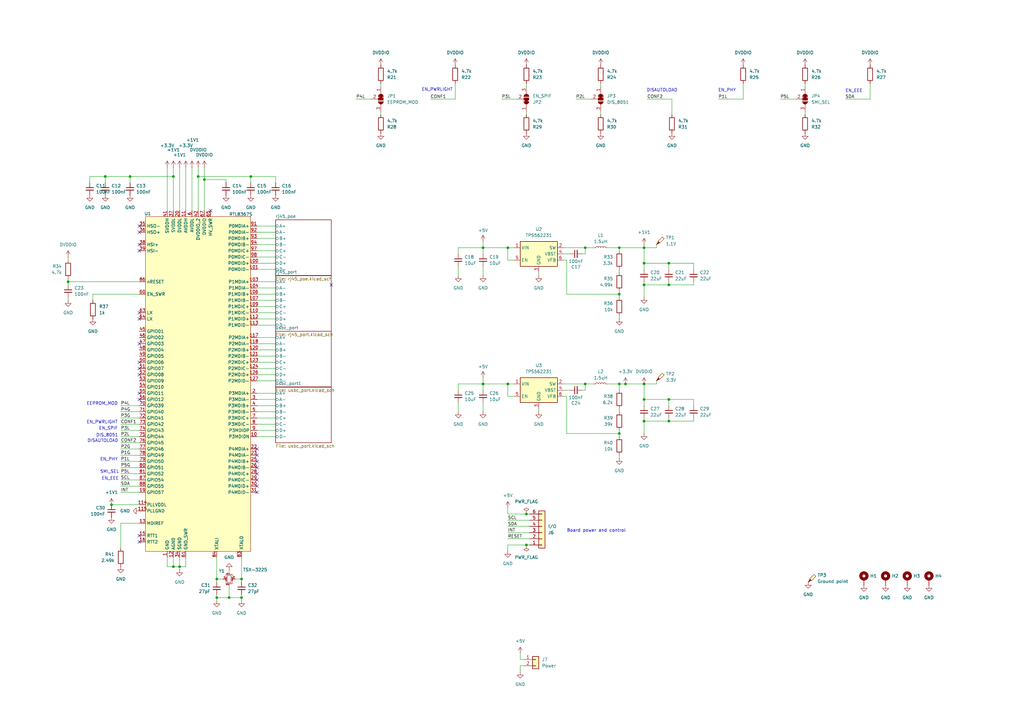
<source format=kicad_sch>
(kicad_sch (version 20250114) (generator "eeschema") (generator_version "9.0")
  (paper "A3")
  (lib_symbols
    (symbol "Connector:TestPoint_Probe" (pin_numbers (hide yes)) (pin_names (offset 0.762) (hide yes))
      (property "Reference" "TP" (at 1.651 5.842 0))
      (property "Value" "TestPoint_Probe" (at 1.651 4.064 0))
      (symbol "TestPoint_Probe_1_1"
        (pin passive line (at 0 0 90) (length 0) (name "1") (number "1"))
      )
    )
    (symbol "Connector_Generic:Conn_01x02" (pin_names (offset 1.016) (hide yes))
      (property "Reference" "J" (at 0 2.54 0))
      (property "Value" "Conn_01x02" (at 0 -5.08 0))
      (symbol "Conn_01x02_1_1"
        (pin passive line (at -5.08 0 0) (length 3.81) (name "Pin_1") (number "1"))
        (pin passive line (at -5.08 -2.54 0) (length 3.81) (name "Pin_2") (number "2"))
      )
    )
    (symbol "Connector_Generic:Conn_01x06" (pin_names (offset 1.016) (hide yes))
      (property "Reference" "J" (at 0 7.62 0))
      (property "Value" "Conn_01x06" (at 0 -10.16 0))
      (symbol "Conn_01x06_1_1"
        (pin passive line (at -5.08 5.08 0) (length 3.81) (name "Pin_1") (number "1"))
        (pin passive line (at -5.08 2.54 0) (length 3.81) (name "Pin_2") (number "2"))
        (pin passive line (at -5.08 0 0) (length 3.81) (name "Pin_3") (number "3"))
        (pin passive line (at -5.08 -2.54 0) (length 3.81) (name "Pin_4") (number "4"))
        (pin passive line (at -5.08 -5.08 0) (length 3.81) (name "Pin_5") (number "5"))
        (pin passive line (at -5.08 -7.62 0) (length 3.81) (name "Pin_6") (number "6"))
      )
    )
    (symbol "Device:C_Small" (pin_numbers (hide yes)) (pin_names (offset 0.254) (hide yes))
      (property "Reference" "C" (at 0.254 1.778 0))
      (property "Value" "C_Small" (at 0.254 -2.032 0))
      (symbol "C_Small_1_1"
        (pin passive line (at 0 2.54 270) (length 2.032) (name "~") (number "1"))
        (pin passive line (at 0 -2.54 90) (length 2.032) (name "~") (number "2"))
      )
    )
    (symbol "Device:Crystal_GND24_Small" (pin_names (offset 1.016) (hide yes))
      (property "Reference" "Y" (at 1.27 4.445 0))
      (property "Value" "Crystal_GND24_Small" (at 1.27 2.54 0))
      (symbol "Crystal_GND24_Small_1_1"
        (pin passive line (at -2.54 0 0) (length 1.27) (name "1") (number "1"))
        (pin passive line (at 0 2.54 270) (length 0.635) (name "4") (number "4"))
        (pin passive line (at 0 -2.54 90) (length 0.635) (name "2") (number "2"))
        (pin passive line (at 2.54 0 180) (length 1.27) (name "3") (number "3"))
      )
    )
    (symbol "Device:L_Small" (pin_numbers (hide yes)) (pin_names (offset 0.254) (hide yes))
      (property "Reference" "L" (at 0.762 1.016 0))
      (property "Value" "L_Small" (at 0.762 -1.016 0))
      (symbol "L_Small_1_1"
        (pin passive line (at 0 2.54 270) (length 0.508) (name "~") (number "1"))
        (pin passive line (at 0 -2.54 90) (length 0.508) (name "~") (number "2"))
      )
    )
    (symbol "Device:R" (pin_numbers (hide yes)) (pin_names (offset 0))
      (property "Reference" "R" (at 2.032 0 90))
      (property "Value" "R" (at 0 0 90))
      (symbol "R_1_1"
        (pin passive line (at 0 3.81 270) (length 1.27) (name "~") (number "1"))
        (pin passive line (at 0 -3.81 90) (length 1.27) (name "~") (number "2"))
      )
    )
    (symbol "Jumper:SolderJumper_3_Bridged12" (pin_names (offset 0) (hide yes)) (exclude_from_sim yes) (in_bom no)
      (property "Reference" "JP" (at -2.54 -2.54 0))
      (property "Value" "SolderJumper_3_Bridged12" (at 0 2.794 0))
      (symbol "SolderJumper_3_Bridged12_1_1"
        (pin passive line (at -5.08 0 0) (length 2.54) (name "A") (number "1"))
        (pin passive line (at 0 -3.81 90) (length 2.54) (name "C") (number "2"))
        (pin passive line (at 5.08 0 180) (length 2.54) (name "B") (number "3"))
      )
    )
    (symbol "Library:RTL8367S"
      (property "Reference" "U" (at 31.496 0.762 0))
      (symbol "RTL8367S_1_1"
        (pin bidirectional line (at -2.54 -5.08 0) (length 2.54) (name "HSO-") (number "35"))
        (pin bidirectional line (at -2.54 -7.62 0) (length 2.54) (name "HSO+") (number "36"))
        (pin bidirectional line (at -2.54 -12.7 0) (length 2.54) (name "HSI+") (number "38"))
        (pin bidirectional line (at -2.54 -15.24 0) (length 2.54) (name "HSI-") (number "39"))
        (pin input line (at -2.54 -27.94 0) (length 2.54) (name "nRESET") (number "86"))
        (pin input line (at -2.54 -33.02 0) (length 2.54) (name "EN_SWR") (number "60"))
        (pin output line (at -2.54 -40.64 0) (length 2.54) (name "LX") (number "63"))
        (pin output line (at -2.54 -43.18 0) (length 2.54) (name "LX") (number "64"))
        (pin bidirectional line (at -2.54 -48.26 0) (length 2.54) (name "GPIO01") (number "45"))
        (pin bidirectional line (at -2.54 -50.8 0) (length 2.54) (name "GPIO02") (number "46"))
        (pin bidirectional line (at -2.54 -53.34 0) (length 2.54) (name "GPIO03") (number "47"))
        (pin bidirectional line (at -2.54 -55.88 0) (length 2.54) (name "GPIO04") (number "48"))
        (pin bidirectional line (at -2.54 -58.42 0) (length 2.54) (name "GPIO05") (number "49"))
        (pin bidirectional line (at -2.54 -60.96 0) (length 2.54) (name "GPIO06") (number "50"))
        (pin bidirectional line (at -2.54 -63.5 0) (length 2.54) (name "GPIO07") (number "51"))
        (pin bidirectional line (at -2.54 -66.04 0) (length 2.54) (name "GPIO08") (number "52"))
        (pin bidirectional line (at -2.54 -68.58 0) (length 2.54) (name "GPIO09") (number "53"))
        (pin bidirectional line (at -2.54 -71.12 0) (length 2.54) (name "GPIO10") (number "54"))
        (pin bidirectional line (at -2.54 -73.66 0) (length 2.54) (name "GPIO11") (number "55"))
        (pin bidirectional line (at -2.54 -76.2 0) (length 2.54) (name "GPIO12") (number "56"))
        (pin bidirectional line (at -2.54 -78.74 0) (length 2.54) (name "GPIO39") (number "70"))
        (pin bidirectional line (at -2.54 -81.28 0) (length 2.54) (name "GPIO40") (number "71"))
        (pin bidirectional line (at -2.54 -83.82 0) (length 2.54) (name "GPIO41") (number "72"))
        (pin bidirectional line (at -2.54 -86.36 0) (length 2.54) (name "GPIO42") (number "73"))
        (pin bidirectional line (at -2.54 -88.9 0) (length 2.54) (name "GPIO43") (number "74"))
        (pin bidirectional line (at -2.54 -91.44 0) (length 2.54) (name "GPIO44") (number "75"))
        (pin bidirectional line (at -2.54 -93.98 0) (length 2.54) (name "GPIO45") (number "76"))
        (pin bidirectional line (at -2.54 -96.52 0) (length 2.54) (name "GPIO46") (number "77"))
        (pin bidirectional line (at -2.54 -99.06 0) (length 2.54) (name "GPIO49") (number "78"))
        (pin bidirectional line (at -2.54 -101.6 0) (length 2.54) (name "GPIO50") (number "79"))
        (pin bidirectional line (at -2.54 -104.14 0) (length 2.54) (name "GPIO51") (number "80"))
        (pin bidirectional line (at -2.54 -106.68 0) (length 2.54) (name "GPIO52") (number "81"))
        (pin bidirectional line (at -2.54 -109.22 0) (length 2.54) (name "GPIO54") (number "87"))
        (pin bidirectional line (at -2.54 -111.76 0) (length 2.54) (name "GPIO55") (number "88"))
        (pin bidirectional line (at -2.54 -114.3 0) (length 2.54) (name "GPIO57") (number "19"))
        (pin power_in line (at -2.54 -119.38 0) (length 2.54) (name "PLLVDDL") (number "114"))
        (pin power_in line (at -2.54 -121.92 0) (length 2.54) (name "PLLGND") (number "115"))
        (pin bidirectional line (at -2.54 -127 0) (length 2.54) (name "MDIREF") (number "13"))
        (pin bidirectional line (at -2.54 -132.08 0) (length 2.54) (name "RTT1") (number "15"))
        (pin bidirectional line (at -2.54 -134.62 0) (length 2.54) (name "RTT2") (number "16"))
        (pin power_in line (at 8.89 1.27 270) (length 2.54) (name "SVDDH") (number "41"))
        (pin power_in line (at 8.89 -140.97 90) (length 2.54) (name "GND") (number "1"))
        (pin power_in line (at 8.89 -140.97 90) (length 2.54) (hide yes) (name "GND") (number "105"))
        (pin power_in line (at 8.89 -140.97 90) (length 2.54) (hide yes) (name "GND") (number "111"))
        (pin power_in line (at 8.89 -140.97 90) (length 2.54) (hide yes) (name "GND") (number "119"))
        (pin power_in line (at 8.89 -140.97 90) (length 2.54) (hide yes) (name "GND") (number "125"))
        (pin power_in line (at 8.89 -140.97 90) (length 2.54) (hide yes) (name "GND") (number "18"))
        (pin power_in line (at 8.89 -140.97 90) (length 2.54) (hide yes) (name "GND") (number "24"))
        (pin power_in line (at 8.89 -140.97 90) (length 2.54) (hide yes) (name "GND") (number "32"))
        (pin power_in line (at 8.89 -140.97 90) (length 2.54) (hide yes) (name "GND") (number "43"))
        (pin power_in line (at 8.89 -140.97 90) (length 2.54) (hide yes) (name "GND") (number "44"))
        (pin power_in line (at 8.89 -140.97 90) (length 2.54) (hide yes) (name "GND") (number "57"))
        (pin power_in line (at 8.89 -140.97 90) (length 2.54) (hide yes) (name "GND") (number "68"))
        (pin power_in line (at 8.89 -140.97 90) (length 2.54) (hide yes) (name "GND") (number "85"))
        (pin power_in line (at 8.89 -140.97 90) (length 2.54) (hide yes) (name "GND") (number "89"))
        (pin power_in line (at 8.89 -140.97 90) (length 2.54) (hide yes) (name "GND") (number "96"))
        (pin power_in line (at 8.89 -140.97 90) (length 2.54) (hide yes) (name "GND") (number "99"))
        (pin power_in line (at 11.43 1.27 270) (length 2.54) (name "SVDDL") (number "37"))
        (pin power_in line (at 11.43 -140.97 90) (length 2.54) (name "AGND") (number "12"))
        (pin power_in line (at 13.97 1.27 270) (length 2.54) (name "DVDDL") (number "20"))
        (pin power_in line (at 13.97 1.27 270) (length 2.54) (hide yes) (name "DVDDL") (number "58"))
        (pin power_in line (at 13.97 1.27 270) (length 2.54) (hide yes) (name "DVDDL") (number "69"))
        (pin power_in line (at 13.97 -140.97 90) (length 2.54) (name "SGND") (number "34"))
        (pin power_in line (at 13.97 -140.97 90) (length 2.54) (hide yes) (name "SGND") (number "40"))
        (pin power_in line (at 16.51 1.27 270) (length 2.54) (hide yes) (name "AVDDH") (number "102"))
        (pin power_in line (at 16.51 1.27 270) (length 2.54) (name "AVDDH") (number "11"))
        (pin power_in line (at 16.51 1.27 270) (length 2.54) (hide yes) (name "AVDDH") (number "116"))
        (pin power_in line (at 16.51 1.27 270) (length 2.54) (hide yes) (name "AVDDH") (number "128"))
        (pin power_in line (at 16.51 1.27 270) (length 2.54) (hide yes) (name "AVDDH") (number "17"))
        (pin power_in line (at 16.51 1.27 270) (length 2.54) (hide yes) (name "AVDDH") (number "21"))
        (pin power_in line (at 16.51 1.27 270) (length 2.54) (hide yes) (name "AVDDH") (number "33"))
        (pin power_in line (at 16.51 1.27 270) (length 2.54) (hide yes) (name "AVDDH") (number "82"))
        (pin power_in line (at 16.51 1.27 270) (length 2.54) (hide yes) (name "AVDDH") (number "90"))
        (pin power_in line (at 16.51 -140.97 90) (length 2.54) (name "GND_SWR") (number "61"))
        (pin power_in line (at 16.51 -140.97 90) (length 2.54) (hide yes) (name "GND_SWR") (number "62"))
        (pin power_in line (at 19.05 1.27 270) (length 2.54) (hide yes) (name "AVDDL") (number "108"))
        (pin power_in line (at 19.05 1.27 270) (length 2.54) (hide yes) (name "AVDDL") (number "122"))
        (pin power_in line (at 19.05 1.27 270) (length 2.54) (hide yes) (name "AVDDL") (number "14"))
        (pin power_in line (at 19.05 1.27 270) (length 2.54) (hide yes) (name "AVDDL") (number "27"))
        (pin power_in line (at 19.05 1.27 270) (length 2.54) (name "AVDDL") (number "6"))
        (pin power_in line (at 19.05 1.27 270) (length 2.54) (hide yes) (name "AVDDL") (number "95"))
        (pin power_in line (at 21.59 1.27 270) (length 2.54) (name "DVDDIO_2") (number "42"))
        (pin power_in line (at 21.59 1.27 270) (length 2.54) (hide yes) (name "DVDDIO_2") (number "59"))
        (pin power_in line (at 24.13 1.27 270) (length 2.54) (name "DVDDIO") (number "67"))
        (pin power_in line (at 26.67 1.27 270) (length 2.54) (name "HV_SWR") (number "65"))
        (pin power_in line (at 26.67 1.27 270) (length 2.54) (hide yes) (name "HV_SWR") (number "66"))
        (pin input line (at 29.21 -140.97 90) (length 2.54) (name "XTALI") (number "84"))
        (pin output line (at 39.37 -140.97 90) (length 2.54) (name "XTALO") (number "83"))
        (pin bidirectional line (at 45.72 -5.08 180) (length 2.54) (name "P0MDIA+") (number "91"))
        (pin bidirectional line (at 45.72 -7.62 180) (length 2.54) (name "P0MDIA-") (number "92"))
        (pin bidirectional line (at 45.72 -10.16 180) (length 2.54) (name "P0MDIB+") (number "93"))
        (pin bidirectional line (at 45.72 -12.7 180) (length 2.54) (name "P0MDIB-") (number "94"))
        (pin bidirectional line (at 45.72 -15.24 180) (length 2.54) (name "P0MDIC+") (number "97"))
        (pin bidirectional line (at 45.72 -17.78 180) (length 2.54) (name "P0MDIC-") (number "98"))
        (pin bidirectional line (at 45.72 -20.32 180) (length 2.54) (name "P0MDID+") (number "100"))
        (pin bidirectional line (at 45.72 -22.86 180) (length 2.54) (name "P0MDID-") (number "101"))
        (pin bidirectional line (at 45.72 -27.94 180) (length 2.54) (name "P1MDIA+") (number "103"))
        (pin bidirectional line (at 45.72 -30.48 180) (length 2.54) (name "P1MDIA-") (number "104"))
        (pin bidirectional line (at 45.72 -33.02 180) (length 2.54) (name "P1MDIB+") (number "106"))
        (pin bidirectional line (at 45.72 -35.56 180) (length 2.54) (name "P1MDIB-") (number "107"))
        (pin bidirectional line (at 45.72 -38.1 180) (length 2.54) (name "P1MDIC+") (number "109"))
        (pin bidirectional line (at 45.72 -40.64 180) (length 2.54) (name "P1MDIC-") (number "110"))
        (pin bidirectional line (at 45.72 -43.18 180) (length 2.54) (name "P1MDID+") (number "112"))
        (pin bidirectional line (at 45.72 -45.72 180) (length 2.54) (name "P1MDID-") (number "113"))
        (pin bidirectional line (at 45.72 -50.8 180) (length 2.54) (name "P2MDIA+") (number "117"))
        (pin bidirectional line (at 45.72 -53.34 180) (length 2.54) (name "P2MDIA-") (number "118"))
        (pin bidirectional line (at 45.72 -55.88 180) (length 2.54) (name "P2MDIB+") (number "120"))
        (pin bidirectional line (at 45.72 -58.42 180) (length 2.54) (name "P2MDIB-") (number "121"))
        (pin bidirectional line (at 45.72 -60.96 180) (length 2.54) (name "P2MDIC+") (number "123"))
        (pin bidirectional line (at 45.72 -63.5 180) (length 2.54) (name "P2MDIC-") (number "124"))
        (pin bidirectional line (at 45.72 -66.04 180) (length 2.54) (name "P2MDID+") (number "126"))
        (pin bidirectional line (at 45.72 -68.58 180) (length 2.54) (name "P2MDID-") (number "127"))
        (pin bidirectional line (at 45.72 -73.66 180) (length 2.54) (name "P3MDIA+") (number "2"))
        (pin bidirectional line (at 45.72 -76.2 180) (length 2.54) (name "P3MDIA-") (number "3"))
        (pin bidirectional line (at 45.72 -78.74 180) (length 2.54) (name "P3MDIB+") (number "4"))
        (pin bidirectional line (at 45.72 -81.28 180) (length 2.54) (name "P3MDIB-") (number "5"))
        (pin bidirectional line (at 45.72 -83.82 180) (length 2.54) (name "P3MDIC+") (number "7"))
        (pin bidirectional line (at 45.72 -86.36 180) (length 2.54) (name "P3MDIC-") (number "8"))
        (pin bidirectional line (at 45.72 -88.9 180) (length 2.54) (name "P3MDIDP") (number "9"))
        (pin bidirectional line (at 45.72 -91.44 180) (length 2.54) (name "P3MDIDN") (number "10"))
        (pin bidirectional line (at 45.72 -96.52 180) (length 2.54) (name "P4MDIA+") (number "22"))
        (pin bidirectional line (at 45.72 -99.06 180) (length 2.54) (name "P4MDIA-") (number "23"))
        (pin bidirectional line (at 45.72 -101.6 180) (length 2.54) (name "P4MDIB+") (number "25"))
        (pin bidirectional line (at 45.72 -104.14 180) (length 2.54) (name "P4MDIB-") (number "26"))
        (pin bidirectional line (at 45.72 -106.68 180) (length 2.54) (name "P4MDIC+") (number "28"))
        (pin bidirectional line (at 45.72 -109.22 180) (length 2.54) (name "P4MDIC-") (number "29"))
        (pin bidirectional line (at 45.72 -111.76 180) (length 2.54) (name "P4MDID+") (number "30"))
        (pin bidirectional line (at 45.72 -114.3 180) (length 2.54) (name "P4MDID-") (number "31"))
      )
    )
    (symbol "Mechanical:MountingHole_Pad" (pin_numbers (hide yes)) (pin_names (offset 1.016) (hide yes)) (exclude_from_sim yes) (in_bom no)
      (property "Reference" "H" (at 0 6.35 0))
      (property "Value" "MountingHole_Pad" (at 0 4.445 0))
      (symbol "MountingHole_Pad_1_1"
        (pin input line (at 0 -2.54 90) (length 2.54) (name "1") (number "1"))
      )
    )
    (symbol "Regulator_Switching:TPS562206"
      (property "Reference" "U" (at -7.62 6.35 0))
      (property "Value" "TPS562206" (at -2.54 6.35 0))
      (symbol "TPS562206_1_1"
        (pin power_in line (at -10.16 2.54 0) (length 2.54) (name "VIN") (number "1"))
        (pin input line (at -10.16 -2.54 0) (length 2.54) (name "EN") (number "5"))
        (pin power_in line (at 0 -7.62 90) (length 2.54) (name "GND") (number "3"))
        (pin output line (at 10.16 2.54 180) (length 2.54) (name "SW") (number "2"))
        (pin passive line (at 10.16 0 180) (length 2.54) (name "VBST") (number "4"))
        (pin input line (at 10.16 -2.54 180) (length 2.54) (name "VFB") (number "6"))
      )
    )
    (symbol "power:+1V1" (power) (pin_numbers (hide yes)) (pin_names (offset 0) (hide yes))
      (property "Value" "+1V1" (at 0 3.556 0))
      (symbol "+1V1_1_1"
        (pin power_in line (at 0 0 90) (length 0) (name "~") (number "1"))
      )
    )
    (symbol "power:+3.3V" (power) (pin_numbers (hide yes)) (pin_names (offset 0) (hide yes))
      (property "Value" "+3.3V" (at 0 3.556 0))
      (symbol "+3.3V_1_1"
        (pin power_in line (at 0 0 90) (length 0) (name "~") (number "1"))
      )
    )
    (symbol "power:+5V" (power) (pin_numbers (hide yes)) (pin_names (offset 0) (hide yes))
      (property "Value" "+5V" (at 0 3.556 0))
      (symbol "+5V_1_1"
        (pin power_in line (at 0 0 90) (length 0) (name "~") (number "1"))
      )
    )
    (symbol "power:GND" (power) (pin_numbers (hide yes)) (pin_names (offset 0) (hide yes))
      (property "Value" "GND" (at 0 -3.81 0))
      (symbol "GND_1_1"
        (pin power_in line (at 0 0 270) (length 0) (name "~") (number "1"))
      )
    )
    (symbol "power:PWR_FLAG" (power) (pin_numbers (hide yes)) (pin_names (offset 0) (hide yes))
      (property "Value" "PWR_FLAG" (at 0 3.81 0))
      (symbol "PWR_FLAG_0_0"
        (pin power_out line (at 0 0 90) (length 0) (name "~") (number "1"))
      )
    )
    (symbol "power:VBUS" (power) (pin_numbers (hide yes)) (pin_names (offset 0) (hide yes))
      (property "Value" "VBUS" (at 0 3.556 0))
      (symbol "VBUS_1_1"
        (pin power_in line (at 0 0 90) (length 0) (name "~") (number "1"))
      )
    )
  )
  (text "EN_PHY" (at 298.196 37.084 0) (effects (font (size 1.27 1.27))))
  (text "EEPROM_MOD" (at 41.91 165.608 0) (effects (font (size 1.27 1.27))))
  (text "EN_EEE" (at 350.266 37.338 0) (effects (font (size 1.27 1.27))))
  (text "EN_PHY" (at 44.704 188.468 0) (effects (font (size 1.27 1.27))))
  (text "EN_SPIF" (at 44.45 175.768 0) (effects (font (size 1.27 1.27))))
  (text "SMI_SEL" (at 44.958 193.548 0) (effects (font (size 1.27 1.27))))
  (text "EN_EEE" (at 45.212 196.342 0) (effects (font (size 1.27 1.27))))
  (text "Board power and control" (at 244.602 217.678 0) (effects (font (size 1.27 1.27))))
  (text "EN_PWRLIGHT" (at 41.91 173.228 0) (effects (font (size 1.27 1.27))))
  (text "DISAUTOLOAD" (at 42.164 180.848 0) (effects (font (size 1.27 1.27))))
  (text "EN_PWRLIGHT" (at 179.324 36.83 0) (effects (font (size 1.27 1.27))))
  (text "DIS_8051" (at 43.942 178.562 0) (effects (font (size 1.27 1.27))))
  (text "DISAUTOLOAD" (at 271.526 37.084 0) (effects (font (size 1.27 1.27))))
  (junction (at 198.12 101.6))
  (junction (at 274.32 116.84))
  (junction (at 208.28 157.48))
  (junction (at 99.06 245.11))
  (junction (at 71.12 232.41))
  (junction (at 254 120.65))
  (junction (at 71.12 72.39))
  (junction (at 240.03 101.6))
  (junction (at 88.9 245.11))
  (junction (at 88.9 237.49))
  (junction (at 264.16 107.95))
  (junction (at 53.34 72.39))
  (junction (at 264.16 172.72))
  (junction (at 254 177.8))
  (junction (at 264.16 116.84))
  (junction (at 274.32 172.72))
  (junction (at 264.16 163.83))
  (junction (at 93.98 245.11))
  (junction (at 99.06 237.49))
  (junction (at 73.66 232.41))
  (junction (at 27.94 115.57))
  (junction (at 198.12 157.48))
  (junction (at 274.32 163.83))
  (junction (at 264.16 101.6))
  (junction (at 264.16 157.48))
  (junction (at 83.82 73.66))
  (junction (at 256.54 157.48))
  (junction (at 208.28 101.6))
  (junction (at 102.87 72.39))
  (junction (at 215.9 210.82))
  (junction (at 254 101.6))
  (junction (at 254 157.48))
  (junction (at 274.32 107.95))
  (junction (at 45.72 207.01))
  (junction (at 81.28 72.39))
  (junction (at 43.18 72.39))
  (junction (at 215.9 223.52))
  (junction (at 240.03 157.48))
  (no_connect (at 57.15 95.25))
  (no_connect (at 105.41 194.31))
  (no_connect (at 57.15 222.25))
  (no_connect (at 57.15 140.97))
  (no_connect (at 105.41 201.93))
  (no_connect (at 57.15 102.87))
  (no_connect (at 57.15 161.29))
  (no_connect (at 105.41 196.85))
  (no_connect (at 57.15 219.71))
  (no_connect (at 57.15 92.71))
  (no_connect (at 57.15 100.33))
  (no_connect (at 105.41 189.23))
  (no_connect (at 105.41 184.15))
  (no_connect (at 57.15 153.67))
  (no_connect (at 105.41 186.69))
  (no_connect (at 105.41 191.77))
  (no_connect (at 86.36 86.36))
  (no_connect (at 57.15 163.83))
  (no_connect (at 57.15 151.13))
  (no_connect (at 57.15 128.27))
  (no_connect (at 57.15 148.59))
  (no_connect (at 105.41 199.39))
  (no_connect (at 135.89 116.84))
  (no_connect (at 57.15 130.81))
  (wire (pts (xy 264.16 157.48) (xy 264.16 163.83)))
  (wire (pts (xy 88.9 228.6) (xy 88.9 237.49)))
  (wire (pts (xy 43.18 72.39) (xy 43.18 74.93)))
  (wire (pts (xy 256.54 157.48) (xy 264.16 157.48)))
  (wire (pts (xy 274.32 107.95) (xy 274.32 110.49)))
  (wire (pts (xy 264.16 101.6) (xy 269.24 101.6)))
  (wire (pts (xy 105.41 130.81) (xy 113.03 130.81)))
  (wire (pts (xy 254 119.38) (xy 254 120.65)))
  (wire (pts (xy 248.92 101.6) (xy 254 101.6)))
  (wire (pts (xy 232.41 120.65) (xy 254 120.65)))
  (wire (pts (xy 274.32 107.95) (xy 284.48 107.95)))
  (wire (pts (xy 156.21 34.29) (xy 156.21 35.56)))
  (wire (pts (xy 49.53 173.99) (xy 57.15 173.99)))
  (wire (pts (xy 264.16 116.84) (xy 264.16 115.57)))
  (wire (pts (xy 208.28 213.36) (xy 217.17 213.36)))
  (wire (pts (xy 254 120.65) (xy 254 121.92)))
  (wire (pts (xy 49.53 199.39) (xy 57.15 199.39)))
  (wire (pts (xy 215.9 45.72) (xy 215.9 46.99)))
  (wire (pts (xy 213.36 273.05) (xy 214.63 273.05)))
  (wire (pts (xy 240.03 101.6) (xy 240.03 104.14)))
  (wire (pts (xy 284.48 171.45) (xy 284.48 172.72)))
  (wire (pts (xy 198.12 157.48) (xy 208.28 157.48)))
  (wire (pts (xy 49.53 171.45) (xy 57.15 171.45)))
  (wire (pts (xy 88.9 246.38) (xy 88.9 245.11)))
  (wire (pts (xy 304.8 34.29) (xy 304.8 40.64)))
  (wire (pts (xy 274.32 115.57) (xy 274.32 116.84)))
  (wire (pts (xy 105.41 163.83) (xy 113.03 163.83)))
  (wire (pts (xy 68.58 68.58) (xy 68.58 86.36)))
  (wire (pts (xy 274.32 163.83) (xy 284.48 163.83)))
  (wire (pts (xy 105.41 110.49) (xy 113.03 110.49)))
  (wire (pts (xy 49.53 196.85) (xy 57.15 196.85)))
  (wire (pts (xy 232.41 162.56) (xy 231.14 162.56)))
  (wire (pts (xy 214.63 270.51) (xy 213.36 270.51)))
  (wire (pts (xy 254 177.8) (xy 254 179.07)))
  (wire (pts (xy 213.36 267.97) (xy 213.36 270.51)))
  (wire (pts (xy 27.94 123.19) (xy 27.94 121.92)))
  (wire (pts (xy 27.94 114.3) (xy 27.94 115.57)))
  (wire (pts (xy 198.12 99.06) (xy 198.12 101.6)))
  (wire (pts (xy 49.53 194.31) (xy 57.15 194.31)))
  (wire (pts (xy 198.12 101.6) (xy 208.28 101.6)))
  (wire (pts (xy 264.16 107.95) (xy 264.16 110.49)))
  (wire (pts (xy 83.82 68.58) (xy 83.82 73.66)))
  (wire (pts (xy 220.98 168.91) (xy 220.98 167.64)))
  (wire (pts (xy 264.16 107.95) (xy 274.32 107.95)))
  (wire (pts (xy 186.69 34.29) (xy 186.69 40.64)))
  (wire (pts (xy 105.41 151.13) (xy 113.03 151.13)))
  (wire (pts (xy 187.96 101.6) (xy 187.96 104.14)))
  (wire (pts (xy 187.96 101.6) (xy 198.12 101.6)))
  (wire (pts (xy 232.41 120.65) (xy 232.41 106.68)))
  (wire (pts (xy 27.94 115.57) (xy 57.15 115.57)))
  (wire (pts (xy 81.28 72.39) (xy 102.87 72.39)))
  (wire (pts (xy 49.53 179.07) (xy 57.15 179.07)))
  (wire (pts (xy 269.24 100.33) (xy 269.24 101.6)))
  (wire (pts (xy 105.41 120.65) (xy 113.03 120.65)))
  (wire (pts (xy 68.58 232.41) (xy 71.12 232.41)))
  (wire (pts (xy 320.04 40.64) (xy 326.39 40.64)))
  (wire (pts (xy 330.2 34.29) (xy 330.2 35.56)))
  (wire (pts (xy 215.9 223.52) (xy 217.17 223.52)))
  (wire (pts (xy 215.9 210.82) (xy 217.17 210.82)))
  (wire (pts (xy 208.28 157.48) (xy 210.82 157.48)))
  (wire (pts (xy 246.38 45.72) (xy 246.38 46.99)))
  (wire (pts (xy 38.1 120.65) (xy 38.1 123.19)))
  (wire (pts (xy 105.41 102.87) (xy 113.03 102.87)))
  (wire (pts (xy 43.18 72.39) (xy 53.34 72.39)))
  (wire (pts (xy 254 101.6) (xy 254 102.87)))
  (wire (pts (xy 254 187.96) (xy 254 186.69)))
  (wire (pts (xy 49.53 214.63) (xy 49.53 224.79)))
  (wire (pts (xy 264.16 163.83) (xy 264.16 166.37)))
  (wire (pts (xy 198.12 154.94) (xy 198.12 157.48)))
  (wire (pts (xy 243.84 157.48) (xy 240.03 157.48)))
  (wire (pts (xy 254 157.48) (xy 256.54 157.48)))
  (wire (pts (xy 76.2 232.41) (xy 76.2 228.6)))
  (wire (pts (xy 231.14 101.6) (xy 240.03 101.6)))
  (wire (pts (xy 78.74 68.58) (xy 78.74 86.36)))
  (wire (pts (xy 254 176.53) (xy 254 177.8)))
  (wire (pts (xy 240.03 157.48) (xy 240.03 160.02)))
  (wire (pts (xy 105.41 100.33) (xy 113.03 100.33)))
  (wire (pts (xy 53.34 72.39) (xy 71.12 72.39)))
  (wire (pts (xy 113.03 72.39) (xy 113.03 74.93)))
  (wire (pts (xy 146.05 40.64) (xy 152.4 40.64)))
  (wire (pts (xy 83.82 73.66) (xy 83.82 86.36)))
  (wire (pts (xy 231.14 160.02) (xy 233.68 160.02)))
  (wire (pts (xy 264.16 177.8) (xy 264.16 172.72)))
  (wire (pts (xy 236.22 40.64) (xy 242.57 40.64)))
  (wire (pts (xy 274.32 172.72) (xy 284.48 172.72)))
  (wire (pts (xy 274.32 171.45) (xy 274.32 172.72)))
  (wire (pts (xy 49.53 166.37) (xy 57.15 166.37)))
  (wire (pts (xy 83.82 73.66) (xy 92.71 73.66)))
  (wire (pts (xy 269.24 156.21) (xy 269.24 157.48)))
  (wire (pts (xy 71.12 232.41) (xy 73.66 232.41)))
  (wire (pts (xy 105.41 128.27) (xy 113.03 128.27)))
  (wire (pts (xy 88.9 237.49) (xy 91.44 237.49)))
  (wire (pts (xy 254 130.81) (xy 254 129.54)))
  (wire (pts (xy 105.41 107.95) (xy 113.03 107.95)))
  (wire (pts (xy 105.41 95.25) (xy 113.03 95.25)))
  (wire (pts (xy 248.92 157.48) (xy 254 157.48)))
  (wire (pts (xy 208.28 210.82) (xy 215.9 210.82)))
  (wire (pts (xy 49.53 186.69) (xy 57.15 186.69)))
  (wire (pts (xy 243.84 101.6) (xy 240.03 101.6)))
  (wire (pts (xy 73.66 68.58) (xy 73.66 86.36)))
  (wire (pts (xy 71.12 68.58) (xy 71.12 72.39)))
  (wire (pts (xy 220.98 113.03) (xy 220.98 111.76)))
  (wire (pts (xy 45.72 207.01) (xy 57.15 207.01)))
  (wire (pts (xy 49.53 184.15) (xy 57.15 184.15)))
  (wire (pts (xy 346.71 40.64) (xy 356.87 40.64)))
  (wire (pts (xy 264.16 121.92) (xy 264.16 116.84)))
  (wire (pts (xy 274.32 116.84) (xy 284.48 116.84)))
  (wire (pts (xy 208.28 101.6) (xy 210.82 101.6)))
  (wire (pts (xy 49.53 176.53) (xy 57.15 176.53)))
  (wire (pts (xy 264.16 172.72) (xy 274.32 172.72)))
  (wire (pts (xy 205.74 40.64) (xy 212.09 40.64)))
  (wire (pts (xy 105.41 138.43) (xy 113.03 138.43)))
  (wire (pts (xy 38.1 120.65) (xy 57.15 120.65)))
  (wire (pts (xy 88.9 238.76) (xy 88.9 237.49)))
  (wire (pts (xy 105.41 168.91) (xy 113.03 168.91)))
  (wire (pts (xy 254 157.48) (xy 254 160.02)))
  (wire (pts (xy 73.66 232.41) (xy 76.2 232.41)))
  (wire (pts (xy 274.32 163.83) (xy 274.32 166.37)))
  (wire (pts (xy 105.41 173.99) (xy 113.03 173.99)))
  (wire (pts (xy 105.41 140.97) (xy 113.03 140.97)))
  (wire (pts (xy 93.98 245.11) (xy 99.06 245.11)))
  (wire (pts (xy 264.16 116.84) (xy 274.32 116.84)))
  (wire (pts (xy 208.28 162.56) (xy 210.82 162.56)))
  (wire (pts (xy 105.41 161.29) (xy 113.03 161.29)))
  (wire (pts (xy 187.96 113.03) (xy 187.96 109.22)))
  (wire (pts (xy 27.94 115.57) (xy 27.94 116.84)))
  (wire (pts (xy 232.41 106.68) (xy 231.14 106.68)))
  (wire (pts (xy 102.87 72.39) (xy 102.87 74.93)))
  (wire (pts (xy 92.71 73.66) (xy 92.71 74.93)))
  (wire (pts (xy 71.12 72.39) (xy 71.12 86.36)))
  (wire (pts (xy 105.41 115.57) (xy 113.03 115.57)))
  (wire (pts (xy 73.66 232.41) (xy 73.66 233.68)))
  (wire (pts (xy 99.06 228.6) (xy 99.06 237.49)))
  (wire (pts (xy 68.58 228.6) (xy 68.58 232.41)))
  (wire (pts (xy 254 101.6) (xy 264.16 101.6)))
  (wire (pts (xy 232.41 177.8) (xy 254 177.8)))
  (wire (pts (xy 49.53 191.77) (xy 57.15 191.77)))
  (wire (pts (xy 93.98 245.11) (xy 88.9 245.11)))
  (wire (pts (xy 284.48 107.95) (xy 284.48 110.49)))
  (wire (pts (xy 198.12 165.1) (xy 198.12 168.91)))
  (wire (pts (xy 105.41 171.45) (xy 113.03 171.45)))
  (wire (pts (xy 99.06 246.38) (xy 99.06 245.11)))
  (wire (pts (xy 264.16 172.72) (xy 264.16 171.45)))
  (wire (pts (xy 105.41 105.41) (xy 113.03 105.41)))
  (wire (pts (xy 105.41 179.07) (xy 113.03 179.07)))
  (wire (pts (xy 187.96 157.48) (xy 187.96 160.02)))
  (wire (pts (xy 284.48 163.83) (xy 284.48 166.37)))
  (wire (pts (xy 198.12 157.48) (xy 198.12 160.02)))
  (wire (pts (xy 198.12 109.22) (xy 198.12 113.03)))
  (wire (pts (xy 36.83 72.39) (xy 36.83 74.93)))
  (wire (pts (xy 105.41 143.51) (xy 113.03 143.51)))
  (wire (pts (xy 49.53 189.23) (xy 57.15 189.23)))
  (wire (pts (xy 49.53 214.63) (xy 57.15 214.63)))
  (wire (pts (xy 208.28 223.52) (xy 208.28 226.06)))
  (wire (pts (xy 176.53 40.64) (xy 186.69 40.64)))
  (wire (pts (xy 76.2 68.58) (xy 76.2 86.36)))
  (wire (pts (xy 105.41 118.11) (xy 113.03 118.11)))
  (wire (pts (xy 96.52 237.49) (xy 99.06 237.49)))
  (wire (pts (xy 88.9 245.11) (xy 88.9 243.84)))
  (wire (pts (xy 275.59 40.64) (xy 275.59 46.99)))
  (wire (pts (xy 265.43 40.64) (xy 275.59 40.64)))
  (wire (pts (xy 105.41 153.67) (xy 113.03 153.67)))
  (wire (pts (xy 215.9 34.29) (xy 215.9 35.56)))
  (wire (pts (xy 105.41 92.71) (xy 113.03 92.71)))
  (wire (pts (xy 198.12 101.6) (xy 198.12 104.14)))
  (wire (pts (xy 264.16 157.48) (xy 269.24 157.48)))
  (wire (pts (xy 208.28 101.6) (xy 208.28 106.68)))
  (wire (pts (xy 231.14 104.14) (xy 233.68 104.14)))
  (wire (pts (xy 156.21 45.72) (xy 156.21 46.99)))
  (wire (pts (xy 105.41 146.05) (xy 113.03 146.05)))
  (wire (pts (xy 208.28 218.44) (xy 217.17 218.44)))
  (wire (pts (xy 187.96 157.48) (xy 198.12 157.48)))
  (wire (pts (xy 93.98 233.68) (xy 93.98 234.95)))
  (wire (pts (xy 254 110.49) (xy 254 111.76)))
  (wire (pts (xy 49.53 201.93) (xy 57.15 201.93)))
  (wire (pts (xy 213.36 275.59) (xy 213.36 273.05)))
  (wire (pts (xy 208.28 220.98) (xy 217.17 220.98)))
  (wire (pts (xy 254 167.64) (xy 254 168.91)))
  (wire (pts (xy 208.28 208.28) (xy 208.28 210.82)))
  (wire (pts (xy 81.28 68.58) (xy 81.28 72.39)))
  (wire (pts (xy 240.03 104.14) (xy 238.76 104.14)))
  (wire (pts (xy 105.41 123.19) (xy 113.03 123.19)))
  (wire (pts (xy 187.96 168.91) (xy 187.96 165.1)))
  (wire (pts (xy 232.41 162.56) (xy 232.41 177.8)))
  (wire (pts (xy 99.06 245.11) (xy 99.06 243.84)))
  (wire (pts (xy 105.41 176.53) (xy 113.03 176.53)))
  (wire (pts (xy 284.48 115.57) (xy 284.48 116.84)))
  (wire (pts (xy 105.41 148.59) (xy 113.03 148.59)))
  (wire (pts (xy 240.03 160.02) (xy 238.76 160.02)))
  (wire (pts (xy 73.66 228.6) (xy 73.66 232.41)))
  (wire (pts (xy 105.41 166.37) (xy 113.03 166.37)))
  (wire (pts (xy 208.28 106.68) (xy 210.82 106.68)))
  (wire (pts (xy 105.41 125.73) (xy 113.03 125.73)))
  (wire (pts (xy 294.64 40.64) (xy 304.8 40.64)))
  (wire (pts (xy 105.41 97.79) (xy 113.03 97.79)))
  (wire (pts (xy 27.94 105.41) (xy 27.94 106.68)))
  (wire (pts (xy 99.06 237.49) (xy 99.06 238.76)))
  (wire (pts (xy 264.16 163.83) (xy 274.32 163.83)))
  (wire (pts (xy 208.28 157.48) (xy 208.28 162.56)))
  (wire (pts (xy 208.28 223.52) (xy 215.9 223.52)))
  (wire (pts (xy 49.53 168.91) (xy 57.15 168.91)))
  (wire (pts (xy 356.87 34.29) (xy 356.87 40.64)))
  (wire (pts (xy 231.14 157.48) (xy 240.03 157.48)))
  (wire (pts (xy 102.87 72.39) (xy 113.03 72.39)))
  (wire (pts (xy 264.16 101.6) (xy 264.16 107.95)))
  (wire (pts (xy 93.98 240.03) (xy 93.98 245.11)))
  (wire (pts (xy 208.28 215.9) (xy 217.17 215.9)))
  (wire (pts (xy 105.41 133.35) (xy 113.03 133.35)))
  (wire (pts (xy 264.16 100.33) (xy 264.16 101.6)))
  (wire (pts (xy 105.41 156.21) (xy 113.03 156.21)))
  (wire (pts (xy 49.53 181.61) (xy 57.15 181.61)))
  (wire (pts (xy 81.28 72.39) (xy 81.28 86.36)))
  (wire (pts (xy 71.12 228.6) (xy 71.12 232.41)))
  (wire (pts (xy 330.2 45.72) (xy 330.2 46.99)))
  (wire (pts (xy 36.83 72.39) (xy 43.18 72.39)))
  (wire (pts (xy 53.34 72.39) (xy 53.34 74.93)))
  (wire (pts (xy 246.38 34.29) (xy 246.38 35.56)))
  (label "P4L" (at 146.05 40.64 0))
  (label "P3L" (at 49.53 176.53 0))
  (label "P4G" (at 49.53 168.91 0))
  (label "SDA" (at 346.71 40.64 0))
  (label "RESET" (at 208.28 220.98 0))
  (label "INT" (at 208.28 218.44 0))
  (label "P5G" (at 49.53 191.77 0))
  (label "CONF1" (at 49.53 173.99 0))
  (label "P3L" (at 205.74 40.64 0))
  (label "P5L" (at 320.04 40.64 0))
  (label "P4L" (at 49.53 166.37 0))
  (label "P1G" (at 49.53 186.69 0))
  (label "P2L" (at 236.22 40.64 0))
  (label "P2L" (at 49.53 179.07 0))
  (label "SCL" (at 208.28 213.36 0))
  (label "INT" (at 49.53 201.93 0))
  (label "SDA" (at 49.53 199.39 0))
  (label "P5L" (at 49.53 194.31 0))
  (label "CONF2" (at 265.43 40.64 0))
  (label "P2G" (at 49.53 184.15 0))
  (label "CONF2" (at 49.53 181.61 0))
  (label "P1L" (at 294.64 40.64 0))
  (label "P3G" (at 49.53 171.45 0))
  (label "SDA" (at 208.28 215.9 0))
  (label "CONF1" (at 176.53 40.64 0))
  (label "SCL" (at 49.53 196.85 0))
  (label "P1L" (at 49.53 189.23 0))
  (symbol (lib_id "Connector_Generic:Conn_01x06") (at 222.25 218.44 0) (mirror x) (unit 1)
    (property "Reference" "J6" (at 224.79 218.4401 0) (effects (justify left)))
    (property "Value" "I/O" (at 224.79 215.9001 0) (effects (justify left)))
    (property "Footprint" "Library:mta100_01x6_P2.54_647050-6" (effects (hide yes)))
    (property "Description" "Generic connector, single row, 01x06, script generated (kicad-library-utils/schlib/autogen/connector/)" (effects (hide yes)))
    (property "Part" "640456-6" (effects (hide yes)))
    (property "Shop" "https://eu.mouser.com/ProductDetail/TE-Connectivity/640454-6?qs=%2F35zJ5USjonV0oil6hzIeQ%3D%3D" (effects (hide yes)))
    (property "LCSC" "C86506" (effects (hide yes)))
  )
  (symbol (lib_id "Device:C_Small") (at 27.94 119.38 0) (unit 1)
    (property "Reference" "C23" (at 30.48 118.1162 0) (effects (justify left)))
    (property "Value" "100nF" (at 30.48 120.6562 0) (effects (justify left)))
    (property "Footprint" "Capacitor_SMD:C_0603_1608Metric" (effects (hide yes)))
    (property "Description" "Unpolarized capacitor, small symbol" (effects (hide yes)))
    (property "LCSC" "C14663" (effects (hide yes)))
    (property "Part" "C 100nF 16V 0603" (effects (hide yes)))
    (property "Shop" "https://store.comet.bg/Catalogue/Product/38000/" (effects (hide yes)))
  )
  (symbol (lib_id "Device:C_Small") (at 274.32 113.03 0) (unit 1)
    (property "Reference" "C21" (at 276.86 111.7662 0) (effects (justify left)))
    (property "Value" "22uF" (at 276.86 114.3062 0) (effects (justify left)))
    (property "Footprint" "Capacitor_SMD:C_0603_1608Metric_Pad1.08x0.95mm_HandSolder" (effects (hide yes)))
    (property "Description" "Unpolarized capacitor, small symbol" (effects (hide yes)))
    (property "MPN" "885012206126" (effects (hide yes)))
    (property "LCSC" "C59461" (effects (hide yes)))
    (property "Part" "C 22μF 6.3V 0603" (effects (hide yes)))
    (property "Shop" "https://store.comet.bg/Catalogue/Product/50230/" (effects (hide yes)))
  )
  (symbol (lib_id "power:+1V1") (at 45.72 207.01 0) (unit 1)
    (property "Reference" "#PWR054" (effects (hide yes)))
    (property "Value" "+1V1" (at 45.72 201.93 0))
    (property "Description" "Power symbol creates a global label with name \"+1V1\"" (effects (hide yes)))
  )
  (symbol (lib_id "Device:R") (at 330.2 50.8 0) (mirror x) (unit 1)
    (property "Reference" "R32" (at 332.74 52.0701 0) (effects (justify left)))
    (property "Value" "4.7k" (at 332.74 49.5301 0) (effects (justify left)))
    (property "Footprint" "Resistor_SMD:R_0603_1608Metric" (effects (hide yes)))
    (property "Description" "Resistor" (effects (hide yes)))
    (property "LCSC" "C23162" (effects (hide yes)))
    (property "Part" "R 4.7kΩ 125mW 1% 0603" (effects (hide yes)))
    (property "Shop" "https://store.comet.bg/Catalogue/Product/4411/" (effects (hide yes)))
  )
  (symbol (lib_id "Device:R") (at 215.9 50.8 0) (mirror x) (unit 1)
    (property "Reference" "R29" (at 218.44 52.0701 0) (effects (justify left)))
    (property "Value" "4.7k" (at 218.44 49.5301 0) (effects (justify left)))
    (property "Footprint" "Resistor_SMD:R_0603_1608Metric" (effects (hide yes)))
    (property "Description" "Resistor" (effects (hide yes)))
    (property "LCSC" "C23162" (effects (hide yes)))
    (property "Part" "R 4.7kΩ 125mW 1% 0603" (effects (hide yes)))
    (property "Shop" "https://store.comet.bg/Catalogue/Product/4411/" (effects (hide yes)))
  )
  (symbol (lib_id "Mechanical:MountingHole_Pad") (at 381 237.49 0) (unit 1) (exclude_from_sim yes) (in_bom no)
    (property "Reference" "H4" (at 383.54 236.2199 0) (effects (justify left)))
    (property "Value" "MountingHole_Pad" (effects (hide yes)))
    (property "Footprint" "MountingHole:MountingHole_3.2mm_M3_Pad_Via" (effects (hide yes)))
    (property "Description" "Mounting Hole with connection" (effects (hide yes)))
  )
  (symbol (lib_id "power:VBUS") (at 356.87 26.67 0) (unit 1)
    (property "Reference" "#PWR017" (effects (hide yes)))
    (property "Value" "DVDDIO" (at 356.87 21.59 0))
    (property "Description" "Power symbol creates a global label with name \"VBUS\"" (effects (hide yes)))
  )
  (symbol (lib_id "Device:R") (at 49.53 228.6 0) (mirror y) (unit 1)
    (property "Reference" "R41" (at 46.99 227.3299 0) (effects (justify left)))
    (property "Value" "2.49k" (at 46.99 229.8699 0) (effects (justify left)))
    (property "Footprint" "Resistor_SMD:R_0402_1005Metric" (effects (hide yes)))
    (property "Description" "Resistor" (effects (hide yes)))
    (property "LCSC" "C145071" (effects (hide yes)))
    (property "Part" "R 2.49kΩ 125mW 1% 0402" (effects (hide yes)))
    (property "Shop" "https://www.tme.eu/lv/en/details/rc0402fr-072k49l/smd-resistors/yageo/" (effects (hide yes)))
  )
  (symbol (lib_id "power:GND") (at 57.15 209.55 270) (unit 1)
    (property "Reference" "#PWR056" (effects (hide yes)))
    (property "Value" "GND" (at 53.34 209.5499 90) (effects (justify right)))
    (property "Description" "Power symbol creates a global label with name \"GND\" , ground" (effects (hide yes)))
  )
  (symbol (lib_id "power:GND") (at 93.98 233.68 180) (unit 1)
    (property "Reference" "#PWR061" (effects (hide yes)))
    (property "Value" "GND" (at 93.98 228.6 0))
    (property "Description" "Power symbol creates a global label with name \"GND\" , ground" (effects (hide yes)))
  )
  (symbol (lib_id "power:VBUS") (at 246.38 26.67 0) (unit 1)
    (property "Reference" "#PWR014" (effects (hide yes)))
    (property "Value" "DVDDIO" (at 246.38 21.59 0))
    (property "Description" "Power symbol creates a global label with name \"VBUS\"" (effects (hide yes)))
  )
  (symbol (lib_id "power:GND") (at 38.1 130.81 0) (unit 1)
    (property "Reference" "#PWR044" (effects (hide yes)))
    (property "Value" "GND" (at 38.1 135.89 0))
    (property "Description" "Power symbol creates a global label with name \"GND\" , ground" (effects (hide yes)))
  )
  (symbol (lib_id "Device:C_Small") (at 45.72 209.55 0) (mirror y) (unit 1)
    (property "Reference" "C30" (at 43.18 208.2862 0) (effects (justify left)))
    (property "Value" "100nF" (at 43.18 210.8262 0) (effects (justify left)))
    (property "Footprint" "Capacitor_SMD:C_0603_1608Metric" (effects (hide yes)))
    (property "Description" "Unpolarized capacitor, small symbol" (effects (hide yes)))
    (property "LCSC" "C14663" (effects (hide yes)))
    (property "Part" "C 100nF 16V 0603" (effects (hide yes)))
    (property "Shop" "https://store.comet.bg/Catalogue/Product/38000/" (effects (hide yes)))
  )
  (symbol (lib_id "Device:C_Small") (at 264.16 113.03 0) (unit 1)
    (property "Reference" "C20" (at 266.7 111.7662 0) (effects (justify left)))
    (property "Value" "22uF" (at 266.7 114.3062 0) (effects (justify left)))
    (property "Footprint" "Capacitor_SMD:C_0603_1608Metric_Pad1.08x0.95mm_HandSolder" (effects (hide yes)))
    (property "Description" "Unpolarized capacitor, small symbol" (effects (hide yes)))
    (property "MPN" "885012206126" (effects (hide yes)))
    (property "LCSC" "C59461" (effects (hide yes)))
    (property "Part" "C 22μF 6.3V 0603" (effects (hide yes)))
    (property "Shop" "https://store.comet.bg/Catalogue/Product/50230/" (effects (hide yes)))
  )
  (symbol (lib_id "power:+1V1") (at 71.12 68.58 0) (unit 1)
    (property "Reference" "#PWR024" (effects (hide yes)))
    (property "Value" "+1V1" (at 71.12 61.468 0))
    (property "Description" "Power symbol creates a global label with name \"+1V1\"" (effects (hide yes)))
  )
  (symbol (lib_id "power:GND") (at 198.12 168.91 0) (unit 1)
    (property "Reference" "#PWR050" (effects (hide yes)))
    (property "Value" "GND" (at 198.12 173.99 0))
    (property "Description" "Power symbol creates a global label with name \"GND\" , ground" (effects (hide yes)))
  )
  (symbol (lib_id "Device:R") (at 275.59 50.8 0) (mirror x) (unit 1)
    (property "Reference" "R31" (at 278.13 52.0701 0) (effects (justify left)))
    (property "Value" "4.7k" (at 278.13 49.5301 0) (effects (justify left)))
    (property "Footprint" "Resistor_SMD:R_0603_1608Metric" (effects (hide yes)))
    (property "Description" "Resistor" (effects (hide yes)))
    (property "LCSC" "C23162" (effects (hide yes)))
    (property "Part" "R 4.7kΩ 125mW 1% 0603" (effects (hide yes)))
    (property "Shop" "https://store.comet.bg/Catalogue/Product/4411/" (effects (hide yes)))
  )
  (symbol (lib_id "Device:C_Small") (at 236.22 104.14 90) (unit 1)
    (property "Reference" "C17" (at 236.22 109.474 90))
    (property "Value" "100nF" (at 236.22 107.188 90))
    (property "Footprint" "Capacitor_SMD:C_0603_1608Metric_Pad1.08x0.95mm_HandSolder" (effects (hide yes)))
    (property "Description" "Unpolarized capacitor, small symbol" (effects (hide yes)))
    (property "MPN" "885012206126" (effects (hide yes)))
    (property "LCSC" "C14663" (effects (hide yes)))
    (property "Part" "C 100nF 16V 0603" (effects (hide yes)))
    (property "Shop" "https://store.comet.bg/Catalogue/Product/38000/" (effects (hide yes)))
  )
  (symbol (lib_id "Jumper:SolderJumper_3_Bridged12") (at 330.2 40.64 270) (unit 1) (exclude_from_sim yes) (in_bom no)
    (property "Reference" "JP4" (at 332.74 39.3699 90) (effects (justify left)))
    (property "Value" "SMI_SEL" (at 332.74 41.9099 90) (effects (justify left)))
    (property "Footprint" "Jumper:SolderJumper-3_P1.3mm_Bridged12_RoundedPad1.0x1.5mm" (effects (hide yes)))
    (property "Description" "3-pole Solder Jumper, pins 1+2 closed/bridged" (effects (hide yes)))
  )
  (symbol (lib_id "power:GND") (at 264.16 121.92 0) (unit 1)
    (property "Reference" "#PWR042" (effects (hide yes)))
    (property "Value" "GND" (at 264.16 127 0))
    (property "Description" "Power symbol creates a global label with name \"GND\" , ground" (effects (hide yes)))
  )
  (symbol (lib_id "power:GND") (at 354.33 240.03 0) (unit 1)
    (property "Reference" "#PWR063" (effects (hide yes)))
    (property "Value" "GND" (at 354.33 245.11 0))
    (property "Description" "Power symbol creates a global label with name \"GND\" , ground" (effects (hide yes)))
  )
  (symbol (lib_id "Mechanical:MountingHole_Pad") (at 372.11 237.49 0) (unit 1) (exclude_from_sim yes) (in_bom no)
    (property "Reference" "H3" (at 374.65 236.2199 0) (effects (justify left)))
    (property "Value" "MountingHole_Pad" (effects (hide yes)))
    (property "Footprint" "MountingHole:MountingHole_3.2mm_M3_Pad_Via" (effects (hide yes)))
    (property "Description" "Mounting Hole with connection" (effects (hide yes)))
  )
  (symbol (lib_id "Device:R") (at 156.21 30.48 0) (mirror x) (unit 1)
    (property "Reference" "R21" (at 158.75 31.7501 0) (effects (justify left)))
    (property "Value" "4.7k" (at 158.75 29.2101 0) (effects (justify left)))
    (property "Footprint" "Resistor_SMD:R_0603_1608Metric" (effects (hide yes)))
    (property "Description" "Resistor" (effects (hide yes)))
    (property "LCSC" "C23162" (effects (hide yes)))
    (property "Part" "R 4.7kΩ 125mW 1% 0603" (effects (hide yes)))
    (property "Shop" "https://store.comet.bg/Catalogue/Product/4411/" (effects (hide yes)))
  )
  (symbol (lib_id "Device:C_Small") (at 274.32 168.91 0) (unit 1)
    (property "Reference" "C28" (at 276.86 167.6462 0) (effects (justify left)))
    (property "Value" "22uF" (at 276.86 170.1862 0) (effects (justify left)))
    (property "Footprint" "Capacitor_SMD:C_0603_1608Metric_Pad1.08x0.95mm_HandSolder" (effects (hide yes)))
    (property "Description" "Unpolarized capacitor, small symbol" (effects (hide yes)))
    (property "MPN" "885012206126" (effects (hide yes)))
    (property "LCSC" "C59461" (effects (hide yes)))
    (property "Part" "C 22μF 6.3V 0603" (effects (hide yes)))
    (property "Shop" "https://store.comet.bg/Catalogue/Product/50230/" (effects (hide yes)))
  )
  (symbol (lib_id "Device:R") (at 254 182.88 0) (mirror y) (unit 1)
    (property "Reference" "R40" (at 251.46 181.6099 0) (effects (justify left)))
    (property "Value" "10k" (at 251.46 184.1499 0) (effects (justify left)))
    (property "Footprint" "Resistor_SMD:R_0603_1608Metric" (effects (hide yes)))
    (property "Description" "Resistor" (effects (hide yes)))
    (property "LCSC" "C25804" (effects (hide yes)))
    (property "Part" "R 10kΩ 125mW 1% 0603" (effects (hide yes)))
    (property "Shop" "https://store.comet.bg/Catalogue/Product/4415/" (effects (hide yes)))
  )
  (symbol (lib_id "power:GND") (at 49.53 232.41 0) (unit 1)
    (property "Reference" "#PWR059" (effects (hide yes)))
    (property "Value" "GND" (at 49.53 237.49 0))
    (property "Description" "Power symbol creates a global label with name \"GND\" , ground" (effects (hide yes)))
  )
  (symbol (lib_id "Device:L_Small") (at 246.38 101.6 90) (unit 1)
    (property "Reference" "L1" (at 246.38 96.52 90))
    (property "Value" "1.5uH" (at 246.38 99.06 90))
    (property "Footprint" "Inductor_SMD:L_Taiyo-Yuden_MD-5050" (effects (hide yes)))
    (property "Description" "Inductor, small symbol" (effects (hide yes)))
    (property "LCSC" "C702825" (effects (hide yes)))
    (property "Part" "BWVF005050201R5T00 or 74404054015" (effects (hide yes)))
    (property "Shop" "https://eu.mouser.com/ProductDetail/Pulse-Electronics/BWVF005050201R5T00?qs=rSMjJ%252B1ewcTE78FzK12cIA%3D%3D" (effects (hide yes)))
  )
  (symbol (lib_id "power:+5V") (at 208.28 208.28 0) (unit 1)
    (property "Reference" "#PWR055" (effects (hide yes)))
    (property "Value" "+5V" (at 208.28 203.2 0))
    (property "Description" "Power symbol creates a global label with name \"+5V\"" (effects (hide yes)))
  )
  (symbol (lib_id "Regulator_Switching:TPS562206") (at 220.98 160.02 0) (unit 1)
    (property "Reference" "U3" (at 220.98 149.86 0))
    (property "Value" "TPS562231" (at 220.98 152.4 0))
    (property "Footprint" "Package_TO_SOT_SMD:SOT-563" (effects (hide yes)))
    (property "Datasheet" "https://www.ti.com/lit/ds/symlink/tps562231.pdf" (effects (hide yes)))
    (property "Description" "2A Synchronous Step-Down Voltage Regulator 600kHz, Adjustable Output Voltage, 4.5-17V Input Voltage, 0.6V-7V Output Voltage, SOT-563" (effects (hide yes)))
    (property "LCSC" "C2070899" (effects (hide yes)))
    (property "Part" "TPS562231DRLR" (effects (hide yes)))
    (property "Shop" "https://www.mouser.bg/ProductDetail/Texas-Instruments/TPS562231DRLR?qs=l4Gc20tDgJK5KnXgCyg0Bw%3D%3D" (effects (hide yes)))
  )
  (symbol (lib_id "Device:R") (at 186.69 30.48 0) (mirror x) (unit 1)
    (property "Reference" "R22" (at 189.23 31.7501 0) (effects (justify left)))
    (property "Value" "4.7k" (at 189.23 29.2101 0) (effects (justify left)))
    (property "Footprint" "Resistor_SMD:R_0603_1608Metric" (effects (hide yes)))
    (property "Description" "Resistor" (effects (hide yes)))
    (property "LCSC" "C23162" (effects (hide yes)))
    (property "Part" "R 4.7kΩ 125mW 1% 0603" (effects (hide yes)))
    (property "Shop" "https://store.comet.bg/Catalogue/Product/4411/" (effects (hide yes)))
  )
  (symbol (lib_id "Device:C_Small") (at 187.96 106.68 0) (unit 1)
    (property "Reference" "C18" (at 190.5 105.4162 0) (effects (justify left)))
    (property "Value" "10uF" (at 190.5 107.9562 0) (effects (justify left)))
    (property "Footprint" "Capacitor_SMD:C_0603_1608Metric_Pad1.08x0.95mm_HandSolder" (effects (hide yes)))
    (property "Description" "Unpolarized capacitor, small symbol" (effects (hide yes)))
    (property "MPN" "885012206126" (effects (hide yes)))
    (property "LCSC" "C96446" (effects (hide yes)))
    (property "Part" "C 10μF 10V 0603" (effects (hide yes)))
    (property "Shop" "https://store.comet.bg/Catalogue/Product/43703/" (effects (hide yes)))
  )
  (symbol (lib_id "power:GND") (at 198.12 113.03 0) (unit 1)
    (property "Reference" "#PWR040" (effects (hide yes)))
    (property "Value" "GND" (at 198.12 118.11 0))
    (property "Description" "Power symbol creates a global label with name \"GND\" , ground" (effects (hide yes)))
  )
  (symbol (lib_id "Device:C_Small") (at 284.48 168.91 0) (unit 1)
    (property "Reference" "C29" (at 287.02 167.6462 0) (effects (justify left)))
    (property "Value" "22uF" (at 287.02 170.1862 0) (effects (justify left)))
    (property "Footprint" "Capacitor_SMD:C_0603_1608Metric_Pad1.08x0.95mm_HandSolder" (effects (hide yes)))
    (property "Description" "Unpolarized capacitor, small symbol" (effects (hide yes)))
    (property "MPN" "885012206126" (effects (hide yes)))
    (property "LCSC" "C59461" (effects (hide yes)))
    (property "Part" "C 22μF 6.3V 0603" (effects (hide yes)))
    (property "Shop" "https://store.comet.bg/Catalogue/Product/50230/" (effects (hide yes)))
  )
  (symbol (lib_id "Device:R") (at 254 172.72 0) (mirror y) (unit 1)
    (property "Reference" "R39" (at 251.46 171.4499 0) (effects (justify left)))
    (property "Value" "39k" (at 251.46 173.9899 0) (effects (justify left)))
    (property "Footprint" "Resistor_SMD:R_0603_1608Metric" (effects (hide yes)))
    (property "Description" "Resistor" (effects (hide yes)))
    (property "LCSC" "C23153" (effects (hide yes)))
    (property "Part" "R 39kΩ 125mW 1% 0603" (effects (hide yes)))
    (property "Shop" "https://store.comet.bg/Catalogue/Product/4781/" (effects (hide yes)))
  )
  (symbol (lib_id "Device:C_Small") (at 92.71 77.47 0) (unit 1)
    (property "Reference" "C14" (at 95.25 76.2062 0) (effects (justify left)))
    (property "Value" "100nF" (at 95.25 78.7462 0) (effects (justify left)))
    (property "Footprint" "Capacitor_SMD:C_0603_1608Metric" (effects (hide yes)))
    (property "Description" "Unpolarized capacitor, small symbol" (effects (hide yes)))
    (property "LCSC" "C14663" (effects (hide yes)))
    (property "Part" "C 100nF 16V 0603" (effects (hide yes)))
    (property "Shop" "https://store.comet.bg/Catalogue/Product/38000/" (effects (hide yes)))
  )
  (symbol (lib_id "Device:R") (at 356.87 30.48 0) (mirror x) (unit 1)
    (property "Reference" "R27" (at 359.41 31.7501 0) (effects (justify left)))
    (property "Value" "4.7k" (at 359.41 29.2101 0) (effects (justify left)))
    (property "Footprint" "Resistor_SMD:R_0603_1608Metric" (effects (hide yes)))
    (property "Description" "Resistor" (effects (hide yes)))
    (property "LCSC" "C23162" (effects (hide yes)))
    (property "Part" "R 4.7kΩ 125mW 1% 0603" (effects (hide yes)))
    (property "Shop" "https://store.comet.bg/Catalogue/Product/4411/" (effects (hide yes)))
  )
  (symbol (lib_id "Device:R") (at 246.38 50.8 0) (mirror x) (unit 1)
    (property "Reference" "R30" (at 248.92 52.0701 0) (effects (justify left)))
    (property "Value" "4.7k" (at 248.92 49.5301 0) (effects (justify left)))
    (property "Footprint" "Resistor_SMD:R_0603_1608Metric" (effects (hide yes)))
    (property "Description" "Resistor" (effects (hide yes)))
    (property "LCSC" "C23162" (effects (hide yes)))
    (property "Part" "R 4.7kΩ 125mW 1% 0603" (effects (hide yes)))
    (property "Shop" "https://store.comet.bg/Catalogue/Product/4411/" (effects (hide yes)))
  )
  (symbol (lib_id "power:PWR_FLAG") (at 215.9 210.82 0) (unit 1)
    (property "Reference" "#FLG01" (effects (hide yes)))
    (property "Value" "PWR_FLAG" (at 215.9 205.74 0))
    (property "Description" "Special symbol for telling ERC where power comes from" (effects (hide yes)))
  )
  (symbol (lib_id "power:GND") (at 113.03 80.01 0) (unit 1)
    (property "Reference" "#PWR035" (effects (hide yes)))
    (property "Value" "GND" (at 113.03 85.09 0))
    (property "Description" "Power symbol creates a global label with name \"GND\" , ground" (effects (hide yes)))
  )
  (symbol (lib_id "power:+1V1") (at 73.66 68.58 0) (unit 1)
    (property "Reference" "#PWR025" (effects (hide yes)))
    (property "Value" "+1V1" (at 73.66 63.5 0))
    (property "Description" "Power symbol creates a global label with name \"+1V1\"" (effects (hide yes)))
  )
  (symbol (lib_id "power:GND") (at 92.71 80.01 0) (unit 1)
    (property "Reference" "#PWR033" (effects (hide yes)))
    (property "Value" "GND" (at 92.71 85.09 0))
    (property "Description" "Power symbol creates a global label with name \"GND\" , ground" (effects (hide yes)))
  )
  (symbol (lib_id "Library:RTL8367S") (at 59.69 87.63 0) (unit 1)
    (property "Reference" "U1" (at 59.182 87.63 0) (effects (justify left)))
    (property "Value" "RTL8367S" (at 93.98 87.884 0) (effects (justify left)))
    (property "Footprint" "Package_QFP:LQFP-128_14x14mm_P0.4mm" (effects (hide yes)))
    (property "Datasheet" "https://www.lcsc.com/datasheet/lcsc_datasheet_2103121437_Realtek-Semicon-RTL8367S-CG_C2760849.pdf" (effects (hide yes)))
    (property "LCSC" "C2760849" (effects (hide yes)))
    (property "Part" "RTL8367S" (effects (hide yes)))
    (property "Shop" "https://www.lcsc.com/product-detail/C2760849.html" (effects (hide yes)))
  )
  (symbol (lib_id "power:GND") (at 99.06 246.38 0) (unit 1)
    (property "Reference" "#PWR068" (effects (hide yes)))
    (property "Value" "GND" (at 99.06 251.46 0))
    (property "Description" "Power symbol creates a global label with name \"GND\" , ground" (effects (hide yes)))
  )
  (symbol (lib_id "power:VBUS") (at 330.2 26.67 0) (unit 1)
    (property "Reference" "#PWR016" (effects (hide yes)))
    (property "Value" "DVDDIO" (at 330.2 21.59 0))
    (property "Description" "Power symbol creates a global label with name \"VBUS\"" (effects (hide yes)))
  )
  (symbol (lib_id "power:GND") (at 27.94 123.19 0) (unit 1)
    (property "Reference" "#PWR043" (effects (hide yes)))
    (property "Value" "GND" (at 27.94 128.27 0))
    (property "Description" "Power symbol creates a global label with name \"GND\" , ground" (effects (hide yes)))
  )
  (symbol (lib_id "power:GND") (at 381 240.03 0) (unit 1)
    (property "Reference" "#PWR066" (effects (hide yes)))
    (property "Value" "GND" (at 381 245.11 0))
    (property "Description" "Power symbol creates a global label with name \"GND\" , ground" (effects (hide yes)))
  )
  (symbol (lib_id "Connector:TestPoint_Probe") (at 331.47 238.76 0) (unit 1) (in_bom no)
    (property "Reference" "TP3" (at 335.28 235.9024 0) (effects (justify left)))
    (property "Value" "Ground point" (at 335.28 238.4424 0) (effects (justify left)))
    (property "Footprint" "TestPoint:TestPoint_Bridge_Pitch2.54mm_Drill1.0mm" (effects (hide yes)))
    (property "Description" "test point (alternative probe-style design)" (effects (hide yes)))
  )
  (symbol (lib_id "power:GND") (at 208.28 226.06 0) (unit 1)
    (property "Reference" "#PWR058" (effects (hide yes)))
    (property "Value" "GND" (at 208.28 231.14 0))
    (property "Description" "Power symbol creates a global label with name \"GND\" , ground" (effects (hide yes)))
  )
  (symbol (lib_id "Device:C_Small") (at 198.12 162.56 0) (unit 1)
    (property "Reference" "C26" (at 200.66 161.2962 0) (effects (justify left)))
    (property "Value" "10uF" (at 200.66 163.8362 0) (effects (justify left)))
    (property "Footprint" "Capacitor_SMD:C_0603_1608Metric_Pad1.08x0.95mm_HandSolder" (effects (hide yes)))
    (property "Description" "Unpolarized capacitor, small symbol" (effects (hide yes)))
    (property "MPN" "885012206126" (effects (hide yes)))
    (property "LCSC" "C96446" (effects (hide yes)))
    (property "Part" "C 10μF 10V 0603" (effects (hide yes)))
    (property "Shop" "https://store.comet.bg/Catalogue/Product/43703/" (effects (hide yes)))
  )
  (symbol (lib_id "power:GND") (at 215.9 54.61 0) (unit 1)
    (property "Reference" "#PWR019" (effects (hide yes)))
    (property "Value" "GND" (at 215.9 59.69 0))
    (property "Description" "Power symbol creates a global label with name \"GND\" , ground" (effects (hide yes)))
  )
  (symbol (lib_id "power:VBUS") (at 186.69 26.67 0) (unit 1)
    (property "Reference" "#PWR012" (effects (hide yes)))
    (property "Value" "DVDDIO" (at 186.69 21.59 0))
    (property "Description" "Power symbol creates a global label with name \"VBUS\"" (effects (hide yes)))
  )
  (symbol (lib_id "power:+5V") (at 213.36 267.97 0) (unit 1)
    (property "Reference" "#PWR069" (effects (hide yes)))
    (property "Value" "+5V" (at 213.36 262.89 0))
    (property "Description" "Power symbol creates a global label with name \"+5V\"" (effects (hide yes)))
  )
  (symbol (lib_id "power:+3.3V") (at 68.58 68.58 0) (unit 1)
    (property "Reference" "#PWR023" (effects (hide yes)))
    (property "Value" "+3.3V" (at 68.58 59.69 0))
    (property "Description" "Power symbol creates a global label with name \"+3.3V\"" (effects (hide yes)))
  )
  (symbol (lib_id "Device:R") (at 27.94 110.49 0) (mirror y) (unit 1)
    (property "Reference" "R34" (at 25.4 109.2199 0) (effects (justify left)))
    (property "Value" "4.7k" (at 25.4 111.7599 0) (effects (justify left)))
    (property "Footprint" "Resistor_SMD:R_0603_1608Metric" (effects (hide yes)))
    (property "Description" "Resistor" (effects (hide yes)))
    (property "LCSC" "C23162" (effects (hide yes)))
    (property "Part" "R 4.7kΩ 125mW 1% 0603" (effects (hide yes)))
    (property "Shop" "https://store.comet.bg/Catalogue/Product/4411/" (effects (hide yes)))
  )
  (symbol (lib_id "power:GND") (at 254 130.81 0) (unit 1)
    (property "Reference" "#PWR045" (effects (hide yes)))
    (property "Value" "GND" (at 254 135.89 0))
    (property "Description" "Power symbol creates a global label with name \"GND\" , ground" (effects (hide yes)))
  )
  (symbol (lib_id "Connector:TestPoint_Probe") (at 269.24 156.21 0) (unit 1) (in_bom no)
    (property "Reference" "TP2" (at 273.05 153.3524 0) (effects (justify left)))
    (property "Value" "3.3V" (at 273.05 155.8924 0) (effects (justify left)))
    (property "Footprint" "TestPoint:TestPoint_THTPad_2.0x2.0mm_Drill1.0mm" (effects (hide yes)))
    (property "Description" "test point (alternative probe-style design)" (effects (hide yes)))
  )
  (symbol (lib_id "Mechanical:MountingHole_Pad") (at 363.22 237.49 0) (unit 1) (exclude_from_sim yes) (in_bom no)
    (property "Reference" "H2" (at 365.76 236.2199 0) (effects (justify left)))
    (property "Value" "MountingHole_Pad" (effects (hide yes)))
    (property "Footprint" "MountingHole:MountingHole_3.2mm_M3_Pad_Via" (effects (hide yes)))
    (property "Description" "Mounting Hole with connection" (effects (hide yes)))
  )
  (symbol (lib_id "power:VBUS") (at 156.21 26.67 0) (unit 1)
    (property "Reference" "#PWR011" (effects (hide yes)))
    (property "Value" "DVDDIO" (at 156.21 21.59 0))
    (property "Description" "Power symbol creates a global label with name \"VBUS\"" (effects (hide yes)))
  )
  (symbol (lib_id "Device:C_Small") (at 264.16 168.91 0) (unit 1)
    (property "Reference" "C27" (at 266.7 167.6462 0) (effects (justify left)))
    (property "Value" "22uF" (at 266.7 170.1862 0) (effects (justify left)))
    (property "Footprint" "Capacitor_SMD:C_0603_1608Metric_Pad1.08x0.95mm_HandSolder" (effects (hide yes)))
    (property "Description" "Unpolarized capacitor, small symbol" (effects (hide yes)))
    (property "MPN" "885012206126" (effects (hide yes)))
    (property "LCSC" "C59461" (effects (hide yes)))
    (property "Part" "C 22μF 6.3V 0603" (effects (hide yes)))
    (property "Shop" "https://store.comet.bg/Catalogue/Product/50230/" (effects (hide yes)))
  )
  (symbol (lib_id "power:+5V") (at 198.12 154.94 0) (unit 1)
    (property "Reference" "#PWR046" (effects (hide yes)))
    (property "Value" "+5V" (at 198.12 150.368 0))
    (property "Description" "Power symbol creates a global label with name \"+5V\"" (effects (hide yes)))
  )
  (symbol (lib_id "power:GND") (at 187.96 168.91 0) (unit 1)
    (property "Reference" "#PWR049" (effects (hide yes)))
    (property "Value" "GND" (at 187.96 173.99 0))
    (property "Description" "Power symbol creates a global label with name \"GND\" , ground" (effects (hide yes)))
  )
  (symbol (lib_id "power:VBUS") (at 83.82 68.58 0) (unit 1)
    (property "Reference" "#PWR029" (effects (hide yes)))
    (property "Value" "DVDDIO" (at 83.82 63.5 0))
    (property "Description" "Power symbol creates a global label with name \"VBUS\"" (effects (hide yes)))
  )
  (symbol (lib_id "Device:C_Small") (at 187.96 162.56 0) (unit 1)
    (property "Reference" "C25" (at 190.5 161.2962 0) (effects (justify left)))
    (property "Value" "10uF" (at 190.5 163.8362 0) (effects (justify left)))
    (property "Footprint" "Capacitor_SMD:C_0603_1608Metric_Pad1.08x0.95mm_HandSolder" (effects (hide yes)))
    (property "Description" "Unpolarized capacitor, small symbol" (effects (hide yes)))
    (property "MPN" "885012206126" (effects (hide yes)))
    (property "LCSC" "C96446" (effects (hide yes)))
    (property "Part" "C 10μF 10V 0603" (effects (hide yes)))
    (property "Shop" "https://store.comet.bg/Catalogue/Product/43703/" (effects (hide yes)))
  )
  (symbol (lib_id "Device:C_Small") (at 36.83 77.47 0) (unit 1)
    (property "Reference" "C11" (at 39.37 76.2062 0) (effects (justify left)))
    (property "Value" "100nF" (at 39.37 78.7462 0) (effects (justify left)))
    (property "Footprint" "Capacitor_SMD:C_0603_1608Metric" (effects (hide yes)))
    (property "Description" "Unpolarized capacitor, small symbol" (effects (hide yes)))
    (property "LCSC" "C14663" (effects (hide yes)))
    (property "Part" "C 100nF 16V 0603" (effects (hide yes)))
    (property "Shop" "https://store.comet.bg/Catalogue/Product/38000/" (effects (hide yes)))
  )
  (symbol (lib_id "power:VBUS") (at 264.16 157.48 0) (unit 1)
    (property "Reference" "#PWR048" (effects (hide yes)))
    (property "Value" "DVDDIO" (at 264.16 152.4 0))
    (property "Description" "Power symbol creates a global label with name \"VBUS\"" (effects (hide yes)))
  )
  (symbol (lib_id "Device:L_Small") (at 246.38 157.48 90) (unit 1)
    (property "Reference" "L2" (at 246.38 152.4 90))
    (property "Value" "1.5uH" (at 246.38 154.94 90))
    (property "Footprint" "Inductor_SMD:L_Taiyo-Yuden_MD-5050" (effects (hide yes)))
    (property "Description" "Inductor, small symbol" (effects (hide yes)))
    (property "LCSC" "C702825" (effects (hide yes)))
    (property "Part" "BWVF005050201R5T00 or 74404054015" (effects (hide yes)))
    (property "Shop" "https://eu.mouser.com/ProductDetail/Pulse-Electronics/BWVF005050201R5T00?qs=rSMjJ%252B1ewcTE78FzK12cIA%3D%3D" (effects (hide yes)))
  )
  (symbol (lib_id "Jumper:SolderJumper_3_Bridged12") (at 156.21 40.64 270) (unit 1) (exclude_from_sim yes) (in_bom no)
    (property "Reference" "JP1" (at 158.75 39.3699 90) (effects (justify left)))
    (property "Value" "EEPROM_MOD" (at 158.75 41.9099 90) (effects (justify left)))
    (property "Footprint" "Jumper:SolderJumper-3_P1.3mm_Bridged12_RoundedPad1.0x1.5mm" (effects (hide yes)))
    (property "Description" "3-pole Solder Jumper, pins 1+2 closed/bridged" (effects (hide yes)))
  )
  (symbol (lib_id "power:GND") (at 264.16 177.8 0) (unit 1)
    (property "Reference" "#PWR052" (effects (hide yes)))
    (property "Value" "GND" (at 264.16 182.88 0))
    (property "Description" "Power symbol creates a global label with name \"GND\" , ground" (effects (hide yes)))
  )
  (symbol (lib_id "Device:R") (at 330.2 30.48 0) (mirror x) (unit 1)
    (property "Reference" "R26" (at 332.74 31.7501 0) (effects (justify left)))
    (property "Value" "4.7k" (at 332.74 29.2101 0) (effects (justify left)))
    (property "Footprint" "Resistor_SMD:R_0603_1608Metric" (effects (hide yes)))
    (property "Description" "Resistor" (effects (hide yes)))
    (property "LCSC" "C23162" (effects (hide yes)))
    (property "Part" "R 4.7kΩ 125mW 1% 0603" (effects (hide yes)))
    (property "Shop" "https://store.comet.bg/Catalogue/Product/4411/" (effects (hide yes)))
  )
  (symbol (lib_id "power:GND") (at 372.11 240.03 0) (unit 1)
    (property "Reference" "#PWR065" (effects (hide yes)))
    (property "Value" "GND" (at 372.11 245.11 0))
    (property "Description" "Power symbol creates a global label with name \"GND\" , ground" (effects (hide yes)))
  )
  (symbol (lib_id "power:+5V") (at 198.12 99.06 0) (unit 1)
    (property "Reference" "#PWR036" (effects (hide yes)))
    (property "Value" "+5V" (at 198.12 94.488 0))
    (property "Description" "Power symbol creates a global label with name \"+5V\"" (effects (hide yes)))
  )
  (symbol (lib_id "power:GND") (at 331.47 238.76 0) (unit 1)
    (property "Reference" "#PWR062" (effects (hide yes)))
    (property "Value" "GND" (at 331.47 243.84 0))
    (property "Description" "Power symbol creates a global label with name \"GND\" , ground" (effects (hide yes)))
  )
  (symbol (lib_id "Device:C_Small") (at 53.34 77.47 0) (unit 1)
    (property "Reference" "C13" (at 55.88 76.2062 0) (effects (justify left)))
    (property "Value" "100nF" (at 55.88 78.7462 0) (effects (justify left)))
    (property "Footprint" "Capacitor_SMD:C_0603_1608Metric" (effects (hide yes)))
    (property "Description" "Unpolarized capacitor, small symbol" (effects (hide yes)))
    (property "LCSC" "C14663" (effects (hide yes)))
    (property "Part" "C 100nF 16V 0603" (effects (hide yes)))
    (property "Shop" "https://store.comet.bg/Catalogue/Product/38000/" (effects (hide yes)))
  )
  (symbol (lib_id "power:VBUS") (at 27.94 105.41 0) (unit 1)
    (property "Reference" "#PWR038" (effects (hide yes)))
    (property "Value" "DVDDIO" (at 27.94 100.33 0))
    (property "Description" "Power symbol creates a global label with name \"VBUS\"" (effects (hide yes)))
  )
  (symbol (lib_id "power:GND") (at 45.72 212.09 0) (unit 1)
    (property "Reference" "#PWR057" (effects (hide yes)))
    (property "Value" "GND" (at 45.72 217.17 0))
    (property "Description" "Power symbol creates a global label with name \"GND\" , ground" (effects (hide yes)))
  )
  (symbol (lib_id "power:GND") (at 43.18 80.01 0) (unit 1)
    (property "Reference" "#PWR031" (effects (hide yes)))
    (property "Value" "GND" (at 43.18 85.09 0))
    (property "Description" "Power symbol creates a global label with name \"GND\" , ground" (effects (hide yes)))
  )
  (symbol (lib_id "Connector:TestPoint_Probe") (at 269.24 100.33 0) (unit 1) (in_bom no)
    (property "Reference" "TP1" (at 273.05 97.4724 0) (effects (justify left)))
    (property "Value" "1.1V" (at 273.05 100.0124 0) (effects (justify left)))
    (property "Footprint" "TestPoint:TestPoint_THTPad_2.0x2.0mm_Drill1.0mm" (effects (hide yes)))
    (property "Description" "test point (alternative probe-style design)" (effects (hide yes)))
  )
  (symbol (lib_id "power:GND") (at 213.36 275.59 0) (unit 1)
    (property "Reference" "#PWR070" (effects (hide yes)))
    (property "Value" "GND" (at 213.36 280.67 0))
    (property "Description" "Power symbol creates a global label with name \"GND\" , ground" (effects (hide yes)))
  )
  (symbol (lib_id "Device:R") (at 254 125.73 0) (mirror y) (unit 1)
    (property "Reference" "R36" (at 251.46 124.4599 0) (effects (justify left)))
    (property "Value" "10k" (at 251.46 126.9999 0) (effects (justify left)))
    (property "Footprint" "Resistor_SMD:R_0603_1608Metric" (effects (hide yes)))
    (property "Description" "Resistor" (effects (hide yes)))
    (property "LCSC" "C25804" (effects (hide yes)))
    (property "Part" "R 10kΩ 125mW 1% 0603" (effects (hide yes)))
    (property "Shop" "https://store.comet.bg/Catalogue/Product/4415/" (effects (hide yes)))
  )
  (symbol (lib_id "power:GND") (at 363.22 240.03 0) (unit 1)
    (property "Reference" "#PWR064" (effects (hide yes)))
    (property "Value" "GND" (at 363.22 245.11 0))
    (property "Description" "Power symbol creates a global label with name \"GND\" , ground" (effects (hide yes)))
  )
  (symbol (lib_id "power:VBUS") (at 304.8 26.67 0) (unit 1)
    (property "Reference" "#PWR015" (effects (hide yes)))
    (property "Value" "DVDDIO" (at 304.8 21.59 0))
    (property "Description" "Power symbol creates a global label with name \"VBUS\"" (effects (hide yes)))
  )
  (symbol (lib_id "Connector_Generic:Conn_01x02") (at 219.71 270.51 0) (unit 1)
    (property "Reference" "J7" (at 222.25 270.5099 0) (effects (justify left)))
    (property "Value" "Power" (at 222.25 273.0499 0) (effects (justify left)))
    (property "Footprint" "Library:mta100_01x2_P2.54_647050-2" (effects (hide yes)))
    (property "Description" "Generic connector, single row, 01x02, script generated (kicad-library-utils/schlib/autogen/connector/)" (effects (hide yes)))
    (property "Part" "640456-2" (effects (hide yes)))
    (property "Shop" "https://eu.mouser.com/ProductDetail/TE-Connectivity/640454-2?qs=%2F35zJ5USjomXuMPFoVTCPQ%3D%3D" (effects (hide yes)))
    (property "LCSC" "C86502" (effects (hide yes)))
  )
  (symbol (lib_id "power:GND") (at 156.21 54.61 0) (unit 1)
    (property "Reference" "#PWR018" (effects (hide yes)))
    (property "Value" "GND" (at 156.21 59.69 0))
    (property "Description" "Power symbol creates a global label with name \"GND\" , ground" (effects (hide yes)))
  )
  (symbol (lib_id "power:GND") (at 88.9 246.38 0) (unit 1)
    (property "Reference" "#PWR067" (effects (hide yes)))
    (property "Value" "GND" (at 88.9 251.46 0))
    (property "Description" "Power symbol creates a global label with name \"GND\" , ground" (effects (hide yes)))
  )
  (symbol (lib_id "power:VBUS") (at 81.28 68.58 0) (unit 1)
    (property "Reference" "#PWR028" (effects (hide yes)))
    (property "Value" "DVDDIO" (at 81.28 61.468 0))
    (property "Description" "Power symbol creates a global label with name \"VBUS\"" (effects (hide yes)))
  )
  (symbol (lib_id "Jumper:SolderJumper_3_Bridged12") (at 246.38 40.64 270) (unit 1) (exclude_from_sim yes) (in_bom no)
    (property "Reference" "JP3" (at 248.92 39.3699 90) (effects (justify left)))
    (property "Value" "DIS_8051" (at 248.92 41.9099 90) (effects (justify left)))
    (property "Footprint" "Jumper:SolderJumper-3_P1.3mm_Bridged12_RoundedPad1.0x1.5mm" (effects (hide yes)))
    (property "Description" "3-pole Solder Jumper, pins 1+2 closed/bridged" (effects (hide yes)))
  )
  (symbol (lib_id "power:+1V1") (at 78.74 68.58 0) (unit 1)
    (property "Reference" "#PWR027" (effects (hide yes)))
    (property "Value" "+1V1" (at 78.994 57.404 0))
    (property "Description" "Power symbol creates a global label with name \"+1V1\"" (effects (hide yes)))
  )
  (symbol (lib_id "Jumper:SolderJumper_3_Bridged12") (at 215.9 40.64 270) (mirror x) (unit 1) (exclude_from_sim yes) (in_bom no)
    (property "Reference" "JP2" (at 218.44 41.9101 90) (effects (justify left)))
    (property "Value" "EN_SPIF" (at 218.44 39.3701 90) (effects (justify left)))
    (property "Footprint" "Jumper:SolderJumper-3_P1.3mm_Bridged12_RoundedPad1.0x1.5mm" (effects (hide yes)))
    (property "Description" "3-pole Solder Jumper, pins 1+2 closed/bridged" (effects (hide yes)))
  )
  (symbol (lib_id "Device:C_Small") (at 113.03 77.47 0) (unit 1)
    (property "Reference" "C16" (at 115.57 76.2062 0) (effects (justify left)))
    (property "Value" "100nF" (at 115.57 78.7462 0) (effects (justify left)))
    (property "Footprint" "Capacitor_SMD:C_0603_1608Metric" (effects (hide yes)))
    (property "Description" "Unpolarized capacitor, small symbol" (effects (hide yes)))
    (property "LCSC" "C14663" (effects (hide yes)))
    (property "Part" "C 100nF 16V 0603" (effects (hide yes)))
    (property "Shop" "https://store.comet.bg/Catalogue/Product/38000/" (effects (hide yes)))
  )
  (symbol (lib_id "power:GND") (at 36.83 80.01 0) (unit 1)
    (property "Reference" "#PWR030" (effects (hide yes)))
    (property "Value" "GND" (at 36.83 85.09 0))
    (property "Description" "Power symbol creates a global label with name \"GND\" , ground" (effects (hide yes)))
  )
  (symbol (lib_id "Device:C_Small") (at 284.48 113.03 0) (unit 1)
    (property "Reference" "C22" (at 287.02 111.7662 0) (effects (justify left)))
    (property "Value" "22uF" (at 287.02 114.3062 0) (effects (justify left)))
    (property "Footprint" "Capacitor_SMD:C_0603_1608Metric_Pad1.08x0.95mm_HandSolder" (effects (hide yes)))
    (property "Description" "Unpolarized capacitor, small symbol" (effects (hide yes)))
    (property "MPN" "885012206126" (effects (hide yes)))
    (property "LCSC" "C59461" (effects (hide yes)))
    (property "Part" "C 22μF 6.3V 0603" (effects (hide yes)))
    (property "Shop" "https://store.comet.bg/Catalogue/Product/50230/" (effects (hide yes)))
  )
  (symbol (lib_id "power:GND") (at 53.34 80.01 0) (unit 1)
    (property "Reference" "#PWR032" (effects (hide yes)))
    (property "Value" "GND" (at 53.34 85.09 0))
    (property "Description" "Power symbol creates a global label with name \"GND\" , ground" (effects (hide yes)))
  )
  (symbol (lib_id "power:GND") (at 254 187.96 0) (unit 1)
    (property "Reference" "#PWR053" (effects (hide yes)))
    (property "Value" "GND" (at 254 193.04 0))
    (property "Description" "Power symbol creates a global label with name \"GND\" , ground" (effects (hide yes)))
  )
  (symbol (lib_id "Device:R") (at 254 163.83 0) (mirror y) (unit 1)
    (property "Reference" "R38" (at 251.46 162.5599 0) (effects (justify left)))
    (property "Value" "6.2k" (at 251.46 165.0999 0) (effects (justify left)))
    (property "Footprint" "Resistor_SMD:R_0603_1608Metric" (effects (hide yes)))
    (property "Description" "Resistor" (effects (hide yes)))
    (property "LCSC" "C4160" (effects (hide yes)))
    (property "Part" "R 6.2kΩ 125mW 1% 0603" (effects (hide yes)))
    (property "Shop" "https://store.comet.bg/Catalogue/Product/9992/" (effects (hide yes)))
  )
  (symbol (lib_id "Device:C_Small") (at 198.12 106.68 0) (unit 1)
    (property "Reference" "C19" (at 200.66 105.4162 0) (effects (justify left)))
    (property "Value" "10uF" (at 200.66 107.9562 0) (effects (justify left)))
    (property "Footprint" "Capacitor_SMD:C_0603_1608Metric_Pad1.08x0.95mm_HandSolder" (effects (hide yes)))
    (property "Description" "Unpolarized capacitor, small symbol" (effects (hide yes)))
    (property "MPN" "885012206126" (effects (hide yes)))
    (property "LCSC" "C96446" (effects (hide yes)))
    (property "Part" "C 10μF 10V 0603" (effects (hide yes)))
    (property "Shop" "https://store.comet.bg/Catalogue/Product/43703/" (effects (hide yes)))
  )
  (symbol (lib_id "Device:R") (at 254 115.57 0) (mirror y) (unit 1)
    (property "Reference" "R35" (at 251.46 114.2999 0) (effects (justify left)))
    (property "Value" "4.99k" (at 251.46 116.8399 0) (effects (justify left)))
    (property "Footprint" "Resistor_SMD:R_0603_1608Metric" (effects (hide yes)))
    (property "Description" "Resistor" (effects (hide yes)))
    (property "LCSC" "C23046" (effects (hide yes)))
    (property "Part" "R 4.99kΩ 125mW 1% 0603" (effects (hide yes)))
    (property "Shop" "https://store.comet.bg/Catalogue/Product/35342/" (effects (hide yes)))
  )
  (symbol (lib_id "power:+1V1") (at 264.16 100.33 0) (unit 1)
    (property "Reference" "#PWR037" (effects (hide yes)))
    (property "Value" "+1V1" (at 264.16 95.25 0))
    (property "Description" "Power symbol creates a global label with name \"+1V1\"" (effects (hide yes)))
  )
  (symbol (lib_id "power:PWR_FLAG") (at 215.9 223.52 180) (unit 1)
    (property "Reference" "#FLG02" (effects (hide yes)))
    (property "Value" "PWR_FLAG" (at 215.9 228.6 0))
    (property "Description" "Special symbol for telling ERC where power comes from" (effects (hide yes)))
  )
  (symbol (lib_id "Device:C_Small") (at 236.22 160.02 90) (unit 1)
    (property "Reference" "C24" (at 236.22 165.354 90))
    (property "Value" "100nF" (at 236.22 163.068 90))
    (property "Footprint" "Capacitor_SMD:C_0603_1608Metric_Pad1.08x0.95mm_HandSolder" (effects (hide yes)))
    (property "Description" "Unpolarized capacitor, small symbol" (effects (hide yes)))
    (property "MPN" "885012206126" (effects (hide yes)))
    (property "LCSC" "C14663" (effects (hide yes)))
    (property "Part" "C 100nF 16V 0603" (effects (hide yes)))
    (property "Shop" "https://store.comet.bg/Catalogue/Product/38000/" (effects (hide yes)))
  )
  (symbol (lib_id "power:+3.3V") (at 256.54 157.48 0) (unit 1)
    (property "Reference" "#PWR047" (effects (hide yes)))
    (property "Value" "+3.3V" (at 256.54 152.4 0))
    (property "Description" "Power symbol creates a global label with name \"+3.3V\"" (effects (hide yes)))
  )
  (symbol (lib_id "power:GND") (at 73.66 233.68 0) (unit 1)
    (property "Reference" "#PWR060" (effects (hide yes)))
    (property "Value" "GND" (at 73.66 238.76 0))
    (property "Description" "Power symbol creates a global label with name \"GND\" , ground" (effects (hide yes)))
  )
  (symbol (lib_id "power:GND") (at 220.98 168.91 0) (unit 1)
    (property "Reference" "#PWR051" (effects (hide yes)))
    (property "Value" "GND" (at 220.98 173.99 0))
    (property "Description" "Power symbol creates a global label with name \"GND\" , ground" (effects (hide yes)))
  )
  (symbol (lib_id "power:+3.3V") (at 76.2 68.58 0) (unit 1)
    (property "Reference" "#PWR026" (effects (hide yes)))
    (property "Value" "+3.3V" (at 76.2 59.69 0))
    (property "Description" "Power symbol creates a global label with name \"+3.3V\"" (effects (hide yes)))
  )
  (symbol (lib_id "Device:Crystal_GND24_Small") (at 93.98 237.49 0) (unit 1)
    (property "Reference" "Y1" (at 90.932 234.188 0))
    (property "Value" "TSX-3225" (at 104.648 233.68 0))
    (property "Footprint" "Crystal:Crystal_SMD_SeikoEpson_TSX3225-4Pin_3.2x2.5mm" (effects (hide yes)))
    (property "Description" "Four pin crystal, GND on pins 2 and 4, small symbol" (effects (hide yes)))
    (property "LCSC" "C9006" (effects (hide yes)))
    (property "Part" "X322525MOB4SI" (effects (hide yes)))
    (property "Shop" "https://www.lcsc.com/product-detail/Crystals_YXC-Crystal-Oscillators-X322525MOB4SI_C9006.html" (effects (hide yes)))
  )
  (symbol (lib_id "power:GND") (at 275.59 54.61 0) (unit 1)
    (property "Reference" "#PWR021" (effects (hide yes)))
    (property "Value" "GND" (at 275.59 59.69 0))
    (property "Description" "Power symbol creates a global label with name \"GND\" , ground" (effects (hide yes)))
  )
  (symbol (lib_id "Device:C_Small") (at 43.18 77.47 0) (unit 1)
    (property "Reference" "C12" (at 45.72 76.2062 0) (effects (justify left)))
    (property "Value" "100nF" (at 45.72 78.7462 0) (effects (justify left)))
    (property "Footprint" "Capacitor_SMD:C_0603_1608Metric" (effects (hide yes)))
    (property "Description" "Unpolarized capacitor, small symbol" (effects (hide yes)))
    (property "LCSC" "C14663" (effects (hide yes)))
    (property "Part" "C 100nF 16V 0603" (effects (hide yes)))
    (property "Shop" "https://store.comet.bg/Catalogue/Product/38000/" (effects (hide yes)))
  )
  (symbol (lib_id "power:GND") (at 220.98 113.03 0) (unit 1)
    (property "Reference" "#PWR041" (effects (hide yes)))
    (property "Value" "GND" (at 220.98 118.11 0))
    (property "Description" "Power symbol creates a global label with name \"GND\" , ground" (effects (hide yes)))
  )
  (symbol (lib_id "Device:R") (at 304.8 30.48 0) (mirror x) (unit 1)
    (property "Reference" "R25" (at 307.34 31.7501 0) (effects (justify left)))
    (property "Value" "4.7k" (at 307.34 29.2101 0) (effects (justify left)))
    (property "Footprint" "Resistor_SMD:R_0603_1608Metric" (effects (hide yes)))
    (property "Description" "Resistor" (effects (hide yes)))
    (property "LCSC" "C23162" (effects (hide yes)))
    (property "Part" "R 4.7kΩ 125mW 1% 0603" (effects (hide yes)))
    (property "Shop" "https://store.comet.bg/Catalogue/Product/4411/" (effects (hide yes)))
  )
  (symbol (lib_id "Regulator_Switching:TPS562206") (at 220.98 104.14 0) (unit 1)
    (property "Reference" "U2" (at 220.98 93.98 0))
    (property "Value" "TPS562231" (at 220.98 96.52 0))
    (property "Footprint" "Package_TO_SOT_SMD:SOT-563" (effects (hide yes)))
    (property "Datasheet" "https://www.ti.com/lit/ds/symlink/tps562231.pdf" (effects (hide yes)))
    (property "Description" "2A Synchronous Step-Down Voltage Regulator 600kHz, Adjustable Output Voltage, 4.5-17V Input Voltage, 0.6V-7V Output Voltage, SOT-563" (effects (hide yes)))
    (property "LCSC" "C2070899" (effects (hide yes)))
    (property "Part" "TPS562231DRLR" (effects (hide yes)))
    (property "Shop" "https://www.mouser.bg/ProductDetail/Texas-Instruments/TPS562231DRLR?qs=l4Gc20tDgJK5KnXgCyg0Bw%3D%3D" (effects (hide yes)))
  )
  (symbol (lib_id "Mechanical:MountingHole_Pad") (at 354.33 237.49 0) (unit 1) (exclude_from_sim yes) (in_bom no)
    (property "Reference" "H1" (at 356.87 236.2199 0) (effects (justify left)))
    (property "Value" "MountingHole_Pad" (effects (hide yes)))
    (property "Footprint" "MountingHole:MountingHole_3.2mm_M3_Pad_Via" (effects (hide yes)))
    (property "Description" "Mounting Hole with connection" (effects (hide yes)))
  )
  (symbol (lib_id "Device:R") (at 246.38 30.48 0) (mirror x) (unit 1)
    (property "Reference" "R24" (at 248.92 31.7501 0) (effects (justify left)))
    (property "Value" "4.7k" (at 248.92 29.2101 0) (effects (justify left)))
    (property "Footprint" "Resistor_SMD:R_0603_1608Metric" (effects (hide yes)))
    (property "Description" "Resistor" (effects (hide yes)))
    (property "LCSC" "C23162" (effects (hide yes)))
    (property "Part" "R 4.7kΩ 125mW 1% 0603" (effects (hide yes)))
    (property "Shop" "https://store.comet.bg/Catalogue/Product/4411/" (effects (hide yes)))
  )
  (symbol (lib_id "power:GND") (at 330.2 54.61 0) (unit 1)
    (property "Reference" "#PWR022" (effects (hide yes)))
    (property "Value" "GND" (at 330.2 59.69 0))
    (property "Description" "Power symbol creates a global label with name \"GND\" , ground" (effects (hide yes)))
  )
  (symbol (lib_id "Device:R") (at 215.9 30.48 0) (mirror x) (unit 1)
    (property "Reference" "R23" (at 218.44 31.7501 0) (effects (justify left)))
    (property "Value" "4.7k" (at 218.44 29.2101 0) (effects (justify left)))
    (property "Footprint" "Resistor_SMD:R_0603_1608Metric" (effects (hide yes)))
    (property "Description" "Resistor" (effects (hide yes)))
    (property "LCSC" "C23162" (effects (hide yes)))
    (property "Part" "R 4.7kΩ 125mW 1% 0603" (effects (hide yes)))
    (property "Shop" "https://store.comet.bg/Catalogue/Product/4411/" (effects (hide yes)))
  )
  (symbol (lib_id "power:GND") (at 246.38 54.61 0) (unit 1)
    (property "Reference" "#PWR020" (effects (hide yes)))
    (property "Value" "GND" (at 246.38 59.69 0))
    (property "Description" "Power symbol creates a global label with name \"GND\" , ground" (effects (hide yes)))
  )
  (symbol (lib_id "Device:R") (at 38.1 127 0) (unit 1)
    (property "Reference" "R37" (at 40.64 125.7299 0) (effects (justify left)))
    (property "Value" "1k" (at 40.64 128.2699 0) (effects (justify left)))
    (property "Footprint" "Resistor_SMD:R_0603_1608Metric" (effects (hide yes)))
    (property "Description" "Resistor" (effects (hide yes)))
    (property "LCSC" "C21190" (effects (hide yes)))
    (property "Part" "R 1kΩ 125mW 1% 0603" (effects (hide yes)))
    (property "Shop" "https://store.comet.bg/Catalogue/Product/4405/" (effects (hide yes)))
  )
  (symbol (lib_id "power:GND") (at 187.96 113.03 0) (unit 1)
    (property "Reference" "#PWR039" (effects (hide yes)))
    (property "Value" "GND" (at 187.96 118.11 0))
    (property "Description" "Power symbol creates a global label with name \"GND\" , ground" (effects (hide yes)))
  )
  (symbol (lib_id "power:GND") (at 102.87 80.01 0) (unit 1)
    (property "Reference" "#PWR034" (effects (hide yes)))
    (property "Value" "GND" (at 102.87 85.09 0))
    (property "Description" "Power symbol creates a global label with name \"GND\" , ground" (effects (hide yes)))
  )
  (symbol (lib_id "Device:C_Small") (at 88.9 241.3 0) (mirror y) (unit 1)
    (property "Reference" "C31" (at 86.36 240.0362 0) (effects (justify left)))
    (property "Value" "27pF" (at 86.36 242.5762 0) (effects (justify left)))
    (property "Footprint" "Capacitor_SMD:C_0603_1608Metric" (effects (hide yes)))
    (property "Description" "Unpolarized capacitor, small symbol" (effects (hide yes)))
    (property "LCSC" "C107045" (effects (hide yes)))
    (property "Part" "C 27pF 16V 0603" (effects (hide yes)))
    (property "Shop" "https://store.comet.bg/Catalogue/Product/5610/" (effects (hide yes)))
  )
  (symbol (lib_id "Device:C_Small") (at 99.06 241.3 0) (unit 1)
    (property "Reference" "C32" (at 101.6 240.0362 0) (effects (justify left)))
    (property "Value" "27pF" (at 101.6 242.5762 0) (effects (justify left)))
    (property "Footprint" "Capacitor_SMD:C_0603_1608Metric" (effects (hide yes)))
    (property "Description" "Unpolarized capacitor, small symbol" (effects (hide yes)))
    (property "LCSC" "C107045" (effects (hide yes)))
    (property "Part" "C 27pF 16V 0603" (effects (hide yes)))
    (property "Shop" "https://store.comet.bg/Catalogue/Product/5610/" (effects (hide yes)))
  )
  (symbol (lib_id "Device:R") (at 156.21 50.8 0) (mirror x) (unit 1)
    (property "Reference" "R28" (at 158.75 52.0701 0) (effects (justify left)))
    (property "Value" "4.7k" (at 158.75 49.5301 0) (effects (justify left)))
    (property "Footprint" "Resistor_SMD:R_0603_1608Metric" (effects (hide yes)))
    (property "Description" "Resistor" (effects (hide yes)))
    (property "LCSC" "C23162" (effects (hide yes)))
    (property "Part" "R 4.7kΩ 125mW 1% 0603" (effects (hide yes)))
    (property "Shop" "https://store.comet.bg/Catalogue/Product/4411/" (effects (hide yes)))
  )
  (symbol (lib_id "power:VBUS") (at 215.9 26.67 0) (unit 1)
    (property "Reference" "#PWR013" (effects (hide yes)))
    (property "Value" "DVDDIO" (at 215.9 21.59 0))
    (property "Description" "Power symbol creates a global label with name \"VBUS\"" (effects (hide yes)))
  )
  (symbol (lib_id "Device:R") (at 254 106.68 0) (mirror y) (unit 1)
    (property "Reference" "R33" (at 251.46 105.4099 0) (effects (justify left)))
    (property "Value" "3.3k" (at 251.46 107.9499 0) (effects (justify left)))
    (property "Footprint" "Resistor_SMD:R_0603_1608Metric" (effects (hide yes)))
    (property "Description" "Resistor" (effects (hide yes)))
    (property "LCSC" "C22978" (effects (hide yes)))
    (property "Part" "R 3.3kΩ 125mW 1% 0603" (effects (hide yes)))
    (property "Shop" "https://store.comet.bg/Catalogue/Product/9936/" (effects (hide yes)))
  )
  (symbol (lib_id "Device:C_Small") (at 102.87 77.47 0) (unit 1)
    (property "Reference" "C15" (at 105.41 76.2062 0) (effects (justify left)))
    (property "Value" "100nF" (at 105.41 78.7462 0) (effects (justify left)))
    (property "Footprint" "Capacitor_SMD:C_0603_1608Metric" (effects (hide yes)))
    (property "Description" "Unpolarized capacitor, small symbol" (effects (hide yes)))
    (property "LCSC" "C14663" (effects (hide yes)))
    (property "Part" "C 100nF 16V 0603" (effects (hide yes)))
    (property "Shop" "https://store.comet.bg/Catalogue/Product/38000/" (effects (hide yes)))
  )
  (sheet (at 113.03 135.89) (size 22.86 22.86) (stroke (width 0.1524))
    (property "Sheetname" "usbc_port" (at 113.03 135.1784 0) (effects (justify left bottom)))
    (property "Sheetfile" "usbc_port.kicad_sch" (at 113.03 159.3346 0) (effects (justify left top)))
    (pin "A-" bidirectional (at 113.03 140.97 180))
    (pin "A+" bidirectional (at 113.03 138.43 180))
    (pin "B-" bidirectional (at 113.03 146.05 180))
    (pin "D-" bidirectional (at 113.03 156.21 180))
    (pin "D+" bidirectional (at 113.03 153.67 180))
    (pin "B+" bidirectional (at 113.03 143.51 180))
    (pin "C-" bidirectional (at 113.03 151.13 180))
    (pin "C+" bidirectional (at 113.03 148.59 180))
  )
  (sheet (at 113.03 90.17) (size 22.86 22.86) (stroke (width 0.1524))
    (property "Sheetname" "rj45_poe" (at 113.03 89.4584 0) (effects (justify left bottom)))
    (property "Sheetfile" "rj45_poe.kicad_sch" (at 113.03 113.6146 0) (effects (justify left top)))
    (pin "C+" bidirectional (at 113.03 102.87 180))
    (pin "B-" bidirectional (at 113.03 100.33 180))
    (pin "D-" bidirectional (at 113.03 110.49 180))
    (pin "A+" bidirectional (at 113.03 92.71 180))
    (pin "A-" bidirectional (at 113.03 95.25 180))
    (pin "B+" bidirectional (at 113.03 97.79 180))
    (pin "D+" bidirectional (at 113.03 107.95 180))
    (pin "C-" bidirectional (at 113.03 105.41 180))
  )
  (sheet (at 113.03 158.75) (size 22.86 22.86) (stroke (width 0.1524))
    (property "Sheetname" "usbc_port1" (at 113.03 158.0384 0) (effects (justify left bottom)))
    (property "Sheetfile" "usbc_port.kicad_sch" (at 113.03 182.1946 0) (effects (justify left top)))
    (pin "A-" bidirectional (at 113.03 163.83 180))
    (pin "A+" bidirectional (at 113.03 161.29 180))
    (pin "B-" bidirectional (at 113.03 168.91 180))
    (pin "D-" bidirectional (at 113.03 179.07 180))
    (pin "D+" bidirectional (at 113.03 176.53 180))
    (pin "B+" bidirectional (at 113.03 166.37 180))
    (pin "C-" bidirectional (at 113.03 173.99 180))
    (pin "C+" bidirectional (at 113.03 171.45 180))
  )
  (sheet (at 113.03 113.03) (size 22.86 22.86) (stroke (width 0.1524))
    (property "Sheetname" "rj45_port" (at 113.03 112.3184 0) (effects (justify left bottom)))
    (property "Sheetfile" "rj45_port.kicad_sch" (at 113.03 136.4746 0) (effects (justify left top)))
    (pin "B-" bidirectional (at 113.03 123.19 180))
    (pin "C+" bidirectional (at 113.03 125.73 180))
    (pin "C-" bidirectional (at 113.03 128.27 180))
    (pin "D+" bidirectional (at 113.03 130.81 180))
    (pin "A-" bidirectional (at 113.03 118.11 180))
    (pin "A+" bidirectional (at 113.03 115.57 180))
    (pin "B+" bidirectional (at 113.03 120.65 180))
    (pin "D-" bidirectional (at 113.03 133.35 180))
  )
)
</source>
